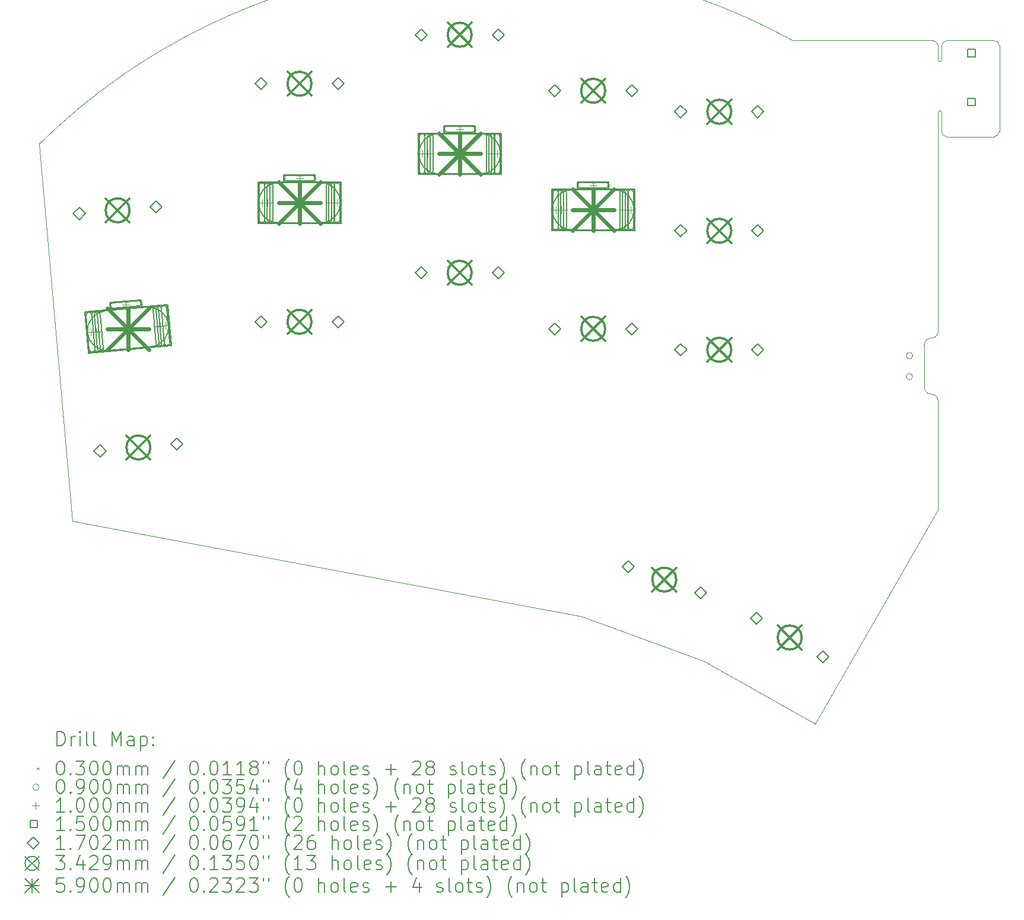
<source format=gbr>
%FSLAX45Y45*%
G04 Gerber Fmt 4.5, Leading zero omitted, Abs format (unit mm)*
G04 Created by KiCad (PCBNEW (6.0.4)) date 2022-07-01 16:07:05*
%MOMM*%
%LPD*%
G01*
G04 APERTURE LIST*
%TA.AperFunction,Profile*%
%ADD10C,0.050000*%
%TD*%
%ADD11C,0.200000*%
%ADD12C,0.030000*%
%ADD13C,0.090000*%
%ADD14C,0.100000*%
%ADD15C,0.150000*%
%ADD16C,0.170180*%
%ADD17C,0.342900*%
%ADD18C,0.590000*%
G04 APERTURE END LIST*
D10*
X13812426Y-12524195D02*
X14287561Y-17910769D01*
X27515337Y-12343949D02*
X27516000Y-11121000D01*
X26641000Y-17746000D02*
X26641000Y-16196697D01*
X26691000Y-12071000D02*
G75*
G03*
X26641000Y-12071000I-25000J-2241D01*
G01*
X26541000Y-15296000D02*
G75*
G03*
X26441000Y-15396000I270J-100270D01*
G01*
X26766000Y-11046000D02*
X27439918Y-11044469D01*
X26641001Y-11122531D02*
G75*
G03*
X26564918Y-11046000I-83291J-6719D01*
G01*
X26691000Y-12346000D02*
G75*
G03*
X26766000Y-12421000I81580J6580D01*
G01*
X26564918Y-11046000D02*
X24566000Y-11046000D01*
X26641000Y-11323091D02*
X26641000Y-11122531D01*
X21554000Y-19270000D02*
X23290000Y-19903000D01*
X26641000Y-12071000D02*
X26641000Y-15196000D01*
X26441000Y-15996000D02*
G75*
G03*
X26541000Y-16096000I99380J-620D01*
G01*
X23290000Y-19903000D02*
X24887000Y-20802000D01*
X27438806Y-12420028D02*
G75*
G03*
X27515337Y-12343949I-6717J83289D01*
G01*
X26766000Y-12421000D02*
X27438807Y-12420031D01*
X24566000Y-11046000D02*
G75*
G03*
X13812426Y-12524195I-4384341J-7958941D01*
G01*
X26641000Y-11323091D02*
G75*
G03*
X26691000Y-11323091I25000J2241D01*
G01*
X14287561Y-17910769D02*
X21554000Y-19270000D01*
X26691000Y-11323091D02*
X26691000Y-11121000D01*
X26441000Y-15396000D02*
X26441000Y-15996000D01*
X24887000Y-20802000D02*
X26641000Y-17746000D01*
X26766000Y-11046000D02*
G75*
G03*
X26691000Y-11121000I6580J-81580D01*
G01*
X26691000Y-12346000D02*
X26691000Y-12071000D01*
X26541000Y-15296000D02*
G75*
G03*
X26641000Y-15196000I-300J100300D01*
G01*
X26640996Y-16196697D02*
G75*
G03*
X26541000Y-16096000I-99756J937D01*
G01*
X27516001Y-11121000D02*
G75*
G03*
X27439918Y-11044469I-83291J-6720D01*
G01*
D11*
D12*
X14475782Y-15200303D02*
X14505782Y-15230303D01*
X14505782Y-15200303D02*
X14475782Y-15230303D01*
D11*
X14460526Y-14926842D02*
X14511076Y-15504635D01*
X14470487Y-14925971D02*
X14521038Y-15503764D01*
X14511076Y-15504635D02*
G75*
G03*
X14521038Y-15503764I4981J436D01*
G01*
X14470487Y-14925971D02*
G75*
G03*
X14460525Y-14926842I-4981J-436D01*
G01*
D12*
X14813869Y-14819387D02*
X14843869Y-14849387D01*
X14843869Y-14819387D02*
X14813869Y-14849387D01*
D11*
X14819966Y-14789994D02*
X14827810Y-14879652D01*
X14829928Y-14789123D02*
X14837772Y-14878780D01*
X14827810Y-14879652D02*
G75*
G03*
X14837772Y-14878780I4981J436D01*
G01*
X14829928Y-14789123D02*
G75*
G03*
X14819966Y-14789994I-4981J-436D01*
G01*
D12*
X15029110Y-14755384D02*
X15059110Y-14785384D01*
X15059110Y-14755384D02*
X15029110Y-14785384D01*
D11*
X15262837Y-14746229D02*
X14824511Y-14784578D01*
X15263709Y-14756191D02*
X14825383Y-14794539D01*
X14824511Y-14784578D02*
G75*
G03*
X14825383Y-14794540I436J-4981D01*
G01*
X15263709Y-14756191D02*
G75*
G03*
X15262837Y-14746229I-436J4981D01*
G01*
D12*
X15038261Y-14859985D02*
X15068261Y-14889985D01*
X15068261Y-14859985D02*
X15038261Y-14889985D01*
D11*
X15640580Y-14818582D02*
X14465071Y-14921426D01*
X15641452Y-14828544D02*
X14465942Y-14931388D01*
X14465071Y-14921426D02*
G75*
G03*
X14465942Y-14931388I436J-4981D01*
G01*
X15641452Y-14828544D02*
G75*
G03*
X15640580Y-14818582I-436J4981D01*
G01*
D12*
X15088812Y-15437778D02*
X15118812Y-15467778D01*
X15118812Y-15437778D02*
X15088812Y-15467778D01*
D11*
X15691131Y-15396375D02*
X14515621Y-15499219D01*
X15692002Y-15406337D02*
X14516493Y-15509181D01*
X14515621Y-15499219D02*
G75*
G03*
X14516493Y-15509181I436J-4981D01*
G01*
X15692002Y-15406337D02*
G75*
G03*
X15691131Y-15396375I-436J4981D01*
G01*
D12*
X15252195Y-14781039D02*
X15282195Y-14811039D01*
X15282195Y-14781039D02*
X15252195Y-14811039D01*
D11*
X15258292Y-14751646D02*
X15266136Y-14841303D01*
X15268254Y-14750774D02*
X15276098Y-14840432D01*
X15266136Y-14841303D02*
G75*
G03*
X15276098Y-14840432I4981J436D01*
G01*
X15268254Y-14750774D02*
G75*
G03*
X15258292Y-14751646I-4981J-436D01*
G01*
D12*
X15651291Y-15097459D02*
X15681291Y-15127459D01*
X15681291Y-15097459D02*
X15651291Y-15127459D01*
D11*
X15636035Y-14823999D02*
X15686586Y-15401791D01*
X15645997Y-14823127D02*
X15696548Y-15400920D01*
X15686586Y-15401792D02*
G75*
G03*
X15696548Y-15400920I4981J436D01*
G01*
X15645997Y-14823127D02*
G75*
G03*
X15636035Y-14823999I-4981J-436D01*
G01*
D12*
X16921000Y-13347000D02*
X16951000Y-13377000D01*
X16951000Y-13347000D02*
X16921000Y-13377000D01*
D11*
X16931000Y-13072000D02*
X16931000Y-13652000D01*
X16941000Y-13072000D02*
X16941000Y-13652000D01*
X16931000Y-13652000D02*
G75*
G03*
X16941000Y-13652000I5000J0D01*
G01*
X16941000Y-13072000D02*
G75*
G03*
X16931000Y-13072000I-5000J0D01*
G01*
D12*
X17291000Y-12997000D02*
X17321000Y-13027000D01*
X17321000Y-12997000D02*
X17291000Y-13027000D01*
D11*
X17301000Y-12967000D02*
X17301000Y-13057000D01*
X17311000Y-12967000D02*
X17311000Y-13057000D01*
X17301000Y-13057000D02*
G75*
G03*
X17311000Y-13057000I5000J0D01*
G01*
X17311000Y-12967000D02*
G75*
G03*
X17301000Y-12967000I-5000J0D01*
G01*
D12*
X17511000Y-12952000D02*
X17541000Y-12982000D01*
X17541000Y-12952000D02*
X17511000Y-12982000D01*
D11*
X17746000Y-12962000D02*
X17306000Y-12962000D01*
X17746000Y-12972000D02*
X17306000Y-12972000D01*
X17306000Y-12962000D02*
G75*
G03*
X17306000Y-12972000I0J-5000D01*
G01*
X17746000Y-12972000D02*
G75*
G03*
X17746000Y-12962000I0J5000D01*
G01*
D12*
X17511000Y-13057000D02*
X17541000Y-13087000D01*
X17541000Y-13057000D02*
X17511000Y-13087000D01*
D11*
X18116000Y-13067000D02*
X16936000Y-13067000D01*
X18116000Y-13077000D02*
X16936000Y-13077000D01*
X16936000Y-13067000D02*
G75*
G03*
X16936000Y-13077000I0J-5000D01*
G01*
X18116000Y-13077000D02*
G75*
G03*
X18116000Y-13067000I0J5000D01*
G01*
D12*
X17511000Y-13637000D02*
X17541000Y-13667000D01*
X17541000Y-13637000D02*
X17511000Y-13667000D01*
D11*
X18116000Y-13647000D02*
X16936000Y-13647000D01*
X18116000Y-13657000D02*
X16936000Y-13657000D01*
X16936000Y-13647000D02*
G75*
G03*
X16936000Y-13657000I0J-5000D01*
G01*
X18116000Y-13657000D02*
G75*
G03*
X18116000Y-13647000I0J5000D01*
G01*
D12*
X17731000Y-12997000D02*
X17761000Y-13027000D01*
X17761000Y-12997000D02*
X17731000Y-13027000D01*
D11*
X17741000Y-12967000D02*
X17741000Y-13057000D01*
X17751000Y-12967000D02*
X17751000Y-13057000D01*
X17741000Y-13057000D02*
G75*
G03*
X17751000Y-13057000I5000J0D01*
G01*
X17751000Y-12967000D02*
G75*
G03*
X17741000Y-12967000I-5000J0D01*
G01*
D12*
X18101000Y-13347000D02*
X18131000Y-13377000D01*
X18131000Y-13347000D02*
X18101000Y-13377000D01*
D11*
X18111000Y-13072000D02*
X18111000Y-13652000D01*
X18121000Y-13072000D02*
X18121000Y-13652000D01*
X18111000Y-13652000D02*
G75*
G03*
X18121000Y-13652000I5000J0D01*
G01*
X18121000Y-13072000D02*
G75*
G03*
X18111000Y-13072000I-5000J0D01*
G01*
D12*
X19207000Y-12647000D02*
X19237000Y-12677000D01*
X19237000Y-12647000D02*
X19207000Y-12677000D01*
D11*
X19217000Y-12372000D02*
X19217000Y-12952000D01*
X19227000Y-12372000D02*
X19227000Y-12952000D01*
X19217000Y-12952000D02*
G75*
G03*
X19227000Y-12952000I5000J0D01*
G01*
X19227000Y-12372000D02*
G75*
G03*
X19217000Y-12372000I-5000J0D01*
G01*
D12*
X19577000Y-12297000D02*
X19607000Y-12327000D01*
X19607000Y-12297000D02*
X19577000Y-12327000D01*
D11*
X19587000Y-12267000D02*
X19587000Y-12357000D01*
X19597000Y-12267000D02*
X19597000Y-12357000D01*
X19587000Y-12357000D02*
G75*
G03*
X19597000Y-12357000I5000J0D01*
G01*
X19597000Y-12267000D02*
G75*
G03*
X19587000Y-12267000I-5000J0D01*
G01*
D12*
X19797000Y-12252000D02*
X19827000Y-12282000D01*
X19827000Y-12252000D02*
X19797000Y-12282000D01*
D11*
X20032000Y-12262000D02*
X19592000Y-12262000D01*
X20032000Y-12272000D02*
X19592000Y-12272000D01*
X19592000Y-12262000D02*
G75*
G03*
X19592000Y-12272000I0J-5000D01*
G01*
X20032000Y-12272000D02*
G75*
G03*
X20032000Y-12262000I0J5000D01*
G01*
D12*
X19797000Y-12357000D02*
X19827000Y-12387000D01*
X19827000Y-12357000D02*
X19797000Y-12387000D01*
D11*
X20402000Y-12367000D02*
X19222000Y-12367000D01*
X20402000Y-12377000D02*
X19222000Y-12377000D01*
X19222000Y-12367000D02*
G75*
G03*
X19222000Y-12377000I0J-5000D01*
G01*
X20402000Y-12377000D02*
G75*
G03*
X20402000Y-12367000I0J5000D01*
G01*
D12*
X19797000Y-12937000D02*
X19827000Y-12967000D01*
X19827000Y-12937000D02*
X19797000Y-12967000D01*
D11*
X20402000Y-12947000D02*
X19222000Y-12947000D01*
X20402000Y-12957000D02*
X19222000Y-12957000D01*
X19222000Y-12947000D02*
G75*
G03*
X19222000Y-12957000I0J-5000D01*
G01*
X20402000Y-12957000D02*
G75*
G03*
X20402000Y-12947000I0J5000D01*
G01*
D12*
X20017000Y-12297000D02*
X20047000Y-12327000D01*
X20047000Y-12297000D02*
X20017000Y-12327000D01*
D11*
X20027000Y-12267000D02*
X20027000Y-12357000D01*
X20037000Y-12267000D02*
X20037000Y-12357000D01*
X20027000Y-12357000D02*
G75*
G03*
X20037000Y-12357000I5000J0D01*
G01*
X20037000Y-12267000D02*
G75*
G03*
X20027000Y-12267000I-5000J0D01*
G01*
D12*
X20387000Y-12647000D02*
X20417000Y-12677000D01*
X20417000Y-12647000D02*
X20387000Y-12677000D01*
D11*
X20397000Y-12372000D02*
X20397000Y-12952000D01*
X20407000Y-12372000D02*
X20407000Y-12952000D01*
X20397000Y-12952000D02*
G75*
G03*
X20407000Y-12952000I5000J0D01*
G01*
X20407000Y-12372000D02*
G75*
G03*
X20397000Y-12372000I-5000J0D01*
G01*
D12*
X21112000Y-13447000D02*
X21142000Y-13477000D01*
X21142000Y-13447000D02*
X21112000Y-13477000D01*
D11*
X21122000Y-13172000D02*
X21122000Y-13752000D01*
X21132000Y-13172000D02*
X21132000Y-13752000D01*
X21122000Y-13752000D02*
G75*
G03*
X21132000Y-13752000I5000J0D01*
G01*
X21132000Y-13172000D02*
G75*
G03*
X21122000Y-13172000I-5000J0D01*
G01*
D12*
X21482000Y-13097000D02*
X21512000Y-13127000D01*
X21512000Y-13097000D02*
X21482000Y-13127000D01*
D11*
X21492000Y-13067000D02*
X21492000Y-13157000D01*
X21502000Y-13067000D02*
X21502000Y-13157000D01*
X21492000Y-13157000D02*
G75*
G03*
X21502000Y-13157000I5000J0D01*
G01*
X21502000Y-13067000D02*
G75*
G03*
X21492000Y-13067000I-5000J0D01*
G01*
D12*
X21702000Y-13052000D02*
X21732000Y-13082000D01*
X21732000Y-13052000D02*
X21702000Y-13082000D01*
D11*
X21937000Y-13062000D02*
X21497000Y-13062000D01*
X21937000Y-13072000D02*
X21497000Y-13072000D01*
X21497000Y-13062000D02*
G75*
G03*
X21497000Y-13072000I0J-5000D01*
G01*
X21937000Y-13072000D02*
G75*
G03*
X21937000Y-13062000I0J5000D01*
G01*
D12*
X21702000Y-13157000D02*
X21732000Y-13187000D01*
X21732000Y-13157000D02*
X21702000Y-13187000D01*
D11*
X22307000Y-13167000D02*
X21127000Y-13167000D01*
X22307000Y-13177000D02*
X21127000Y-13177000D01*
X21127000Y-13167000D02*
G75*
G03*
X21127000Y-13177000I0J-5000D01*
G01*
X22307000Y-13177000D02*
G75*
G03*
X22307000Y-13167000I0J5000D01*
G01*
D12*
X21702000Y-13737000D02*
X21732000Y-13767000D01*
X21732000Y-13737000D02*
X21702000Y-13767000D01*
D11*
X22307000Y-13747000D02*
X21127000Y-13747000D01*
X22307000Y-13757000D02*
X21127000Y-13757000D01*
X21127000Y-13747000D02*
G75*
G03*
X21127000Y-13757000I0J-5000D01*
G01*
X22307000Y-13757000D02*
G75*
G03*
X22307000Y-13747000I0J5000D01*
G01*
D12*
X21922000Y-13097000D02*
X21952000Y-13127000D01*
X21952000Y-13097000D02*
X21922000Y-13127000D01*
D11*
X21932000Y-13067000D02*
X21932000Y-13157000D01*
X21942000Y-13067000D02*
X21942000Y-13157000D01*
X21932000Y-13157000D02*
G75*
G03*
X21942000Y-13157000I5000J0D01*
G01*
X21942000Y-13067000D02*
G75*
G03*
X21932000Y-13067000I-5000J0D01*
G01*
D12*
X22292000Y-13447000D02*
X22322000Y-13477000D01*
X22322000Y-13447000D02*
X22292000Y-13477000D01*
D11*
X22302000Y-13172000D02*
X22302000Y-13752000D01*
X22312000Y-13172000D02*
X22312000Y-13752000D01*
X22302000Y-13752000D02*
G75*
G03*
X22312000Y-13752000I5000J0D01*
G01*
X22312000Y-13172000D02*
G75*
G03*
X22302000Y-13172000I-5000J0D01*
G01*
D13*
X26274750Y-15546000D02*
G75*
G03*
X26274750Y-15546000I-45000J0D01*
G01*
X26274750Y-15846000D02*
G75*
G03*
X26274750Y-15846000I-45000J0D01*
G01*
X26276000Y-15546000D02*
G75*
G03*
X26276000Y-15546000I-45000J0D01*
G01*
X26276000Y-15846000D02*
G75*
G03*
X26276000Y-15846000I-45000J0D01*
G01*
D14*
X14544576Y-15160597D02*
X14544576Y-15260597D01*
X14494576Y-15210597D02*
X14594576Y-15210597D01*
D11*
X14605777Y-15451178D02*
X14563071Y-14963043D01*
X14526082Y-15458151D02*
X14483375Y-14970015D01*
X14563071Y-14963043D02*
G75*
G03*
X14483375Y-14970015I-39848J-3486D01*
G01*
X14526082Y-15458151D02*
G75*
G03*
X14605777Y-15451178I39848J3486D01*
G01*
D14*
X14621283Y-15153886D02*
X14621283Y-15253886D01*
X14571283Y-15203886D02*
X14671283Y-15203886D01*
D11*
X14682484Y-15444467D02*
X14639778Y-14956332D01*
X14602789Y-15451440D02*
X14560082Y-14963304D01*
X14639778Y-14956332D02*
G75*
G03*
X14560082Y-14963304I-39848J-3486D01*
G01*
X14602789Y-15451440D02*
G75*
G03*
X14682484Y-15444467I39848J3486D01*
G01*
D14*
X14660135Y-15150487D02*
X14660135Y-15250487D01*
X14610135Y-15200487D02*
X14710135Y-15200487D01*
D11*
X14721336Y-15441068D02*
X14678629Y-14952933D01*
X14641640Y-15448040D02*
X14598934Y-14959905D01*
X14678629Y-14952933D02*
G75*
G03*
X14598934Y-14959905I-39848J-3486D01*
G01*
X14641640Y-15448040D02*
G75*
G03*
X14721336Y-15441068I39848J3486D01*
G01*
D14*
X15048032Y-14765213D02*
X15048032Y-14865213D01*
X14998032Y-14815213D02*
X15098032Y-14815213D01*
D11*
X15228842Y-14759241D02*
X14860250Y-14791489D01*
X15235814Y-14838937D02*
X14867222Y-14871185D01*
X14860250Y-14791489D02*
G75*
G03*
X14867222Y-14871185I3486J-39848D01*
G01*
X15235814Y-14838937D02*
G75*
G03*
X15228842Y-14759241I-3486J39848D01*
G01*
D14*
X15496938Y-15077276D02*
X15496938Y-15177276D01*
X15446938Y-15127276D02*
X15546938Y-15127276D01*
D11*
X15558139Y-15367857D02*
X15515433Y-14879722D01*
X15478444Y-15374830D02*
X15435737Y-14886694D01*
X15515433Y-14879722D02*
G75*
G03*
X15435737Y-14886694I-39848J-3486D01*
G01*
X15478444Y-15374830D02*
G75*
G03*
X15558139Y-15367857I39848J3486D01*
G01*
D14*
X15535790Y-15073877D02*
X15535790Y-15173877D01*
X15485790Y-15123877D02*
X15585790Y-15123877D01*
D11*
X15596991Y-15364458D02*
X15554285Y-14876323D01*
X15517295Y-15371431D02*
X15474589Y-14883295D01*
X15554285Y-14876323D02*
G75*
G03*
X15474589Y-14883295I-39848J-3486D01*
G01*
X15517295Y-15371431D02*
G75*
G03*
X15596991Y-15364458I39848J3486D01*
G01*
D14*
X15612497Y-15067166D02*
X15612497Y-15167166D01*
X15562497Y-15117166D02*
X15662497Y-15117166D01*
D11*
X15673698Y-15357747D02*
X15630992Y-14869612D01*
X15594002Y-15364720D02*
X15551296Y-14876584D01*
X15630992Y-14869612D02*
G75*
G03*
X15551296Y-14876584I-39848J-3486D01*
G01*
X15594002Y-15364720D02*
G75*
G03*
X15673698Y-15357747I39848J3486D01*
G01*
D14*
X16990000Y-13312000D02*
X16990000Y-13412000D01*
X16940000Y-13362000D02*
X17040000Y-13362000D01*
D11*
X17030000Y-13607000D02*
X17030000Y-13117000D01*
X16950000Y-13607000D02*
X16950000Y-13117000D01*
X17030000Y-13117000D02*
G75*
G03*
X16950000Y-13117000I-40000J0D01*
G01*
X16950000Y-13607000D02*
G75*
G03*
X17030000Y-13607000I40000J0D01*
G01*
D14*
X17067000Y-13312000D02*
X17067000Y-13412000D01*
X17017000Y-13362000D02*
X17117000Y-13362000D01*
D11*
X17107000Y-13607000D02*
X17107000Y-13117000D01*
X17027000Y-13607000D02*
X17027000Y-13117000D01*
X17107000Y-13117000D02*
G75*
G03*
X17027000Y-13117000I-40000J0D01*
G01*
X17027000Y-13607000D02*
G75*
G03*
X17107000Y-13607000I40000J0D01*
G01*
D14*
X17106000Y-13312000D02*
X17106000Y-13412000D01*
X17056000Y-13362000D02*
X17156000Y-13362000D01*
D11*
X17146000Y-13607000D02*
X17146000Y-13117000D01*
X17066000Y-13607000D02*
X17066000Y-13117000D01*
X17146000Y-13117000D02*
G75*
G03*
X17066000Y-13117000I-40000J0D01*
G01*
X17066000Y-13607000D02*
G75*
G03*
X17146000Y-13607000I40000J0D01*
G01*
D14*
X17526000Y-12962000D02*
X17526000Y-13062000D01*
X17476000Y-13012000D02*
X17576000Y-13012000D01*
D11*
X17711000Y-12972000D02*
X17341000Y-12972000D01*
X17711000Y-13052000D02*
X17341000Y-13052000D01*
X17341000Y-12972000D02*
G75*
G03*
X17341000Y-13052000I0J-40000D01*
G01*
X17711000Y-13052000D02*
G75*
G03*
X17711000Y-12972000I0J40000D01*
G01*
D14*
X17946000Y-13312000D02*
X17946000Y-13412000D01*
X17896000Y-13362000D02*
X17996000Y-13362000D01*
D11*
X17986000Y-13607000D02*
X17986000Y-13117000D01*
X17906000Y-13607000D02*
X17906000Y-13117000D01*
X17986000Y-13117000D02*
G75*
G03*
X17906000Y-13117000I-40000J0D01*
G01*
X17906000Y-13607000D02*
G75*
G03*
X17986000Y-13607000I40000J0D01*
G01*
D14*
X17985000Y-13312000D02*
X17985000Y-13412000D01*
X17935000Y-13362000D02*
X18035000Y-13362000D01*
D11*
X18025000Y-13607000D02*
X18025000Y-13117000D01*
X17945000Y-13607000D02*
X17945000Y-13117000D01*
X18025000Y-13117000D02*
G75*
G03*
X17945000Y-13117000I-40000J0D01*
G01*
X17945000Y-13607000D02*
G75*
G03*
X18025000Y-13607000I40000J0D01*
G01*
D14*
X18062000Y-13312000D02*
X18062000Y-13412000D01*
X18012000Y-13362000D02*
X18112000Y-13362000D01*
D11*
X18102000Y-13607000D02*
X18102000Y-13117000D01*
X18022000Y-13607000D02*
X18022000Y-13117000D01*
X18102000Y-13117000D02*
G75*
G03*
X18022000Y-13117000I-40000J0D01*
G01*
X18022000Y-13607000D02*
G75*
G03*
X18102000Y-13607000I40000J0D01*
G01*
D14*
X19276000Y-12612000D02*
X19276000Y-12712000D01*
X19226000Y-12662000D02*
X19326000Y-12662000D01*
D11*
X19316000Y-12907000D02*
X19316000Y-12417000D01*
X19236000Y-12907000D02*
X19236000Y-12417000D01*
X19316000Y-12417000D02*
G75*
G03*
X19236000Y-12417000I-40000J0D01*
G01*
X19236000Y-12907000D02*
G75*
G03*
X19316000Y-12907000I40000J0D01*
G01*
D14*
X19353000Y-12612000D02*
X19353000Y-12712000D01*
X19303000Y-12662000D02*
X19403000Y-12662000D01*
D11*
X19393000Y-12907000D02*
X19393000Y-12417000D01*
X19313000Y-12907000D02*
X19313000Y-12417000D01*
X19393000Y-12417000D02*
G75*
G03*
X19313000Y-12417000I-40000J0D01*
G01*
X19313000Y-12907000D02*
G75*
G03*
X19393000Y-12907000I40000J0D01*
G01*
D14*
X19392000Y-12612000D02*
X19392000Y-12712000D01*
X19342000Y-12662000D02*
X19442000Y-12662000D01*
D11*
X19432000Y-12907000D02*
X19432000Y-12417000D01*
X19352000Y-12907000D02*
X19352000Y-12417000D01*
X19432000Y-12417000D02*
G75*
G03*
X19352000Y-12417000I-40000J0D01*
G01*
X19352000Y-12907000D02*
G75*
G03*
X19432000Y-12907000I40000J0D01*
G01*
D14*
X19812000Y-12262000D02*
X19812000Y-12362000D01*
X19762000Y-12312000D02*
X19862000Y-12312000D01*
D11*
X19997000Y-12272000D02*
X19627000Y-12272000D01*
X19997000Y-12352000D02*
X19627000Y-12352000D01*
X19627000Y-12272000D02*
G75*
G03*
X19627000Y-12352000I0J-40000D01*
G01*
X19997000Y-12352000D02*
G75*
G03*
X19997000Y-12272000I0J40000D01*
G01*
D14*
X20232000Y-12612000D02*
X20232000Y-12712000D01*
X20182000Y-12662000D02*
X20282000Y-12662000D01*
D11*
X20272000Y-12907000D02*
X20272000Y-12417000D01*
X20192000Y-12907000D02*
X20192000Y-12417000D01*
X20272000Y-12417000D02*
G75*
G03*
X20192000Y-12417000I-40000J0D01*
G01*
X20192000Y-12907000D02*
G75*
G03*
X20272000Y-12907000I40000J0D01*
G01*
D14*
X20271000Y-12612000D02*
X20271000Y-12712000D01*
X20221000Y-12662000D02*
X20321000Y-12662000D01*
D11*
X20311000Y-12907000D02*
X20311000Y-12417000D01*
X20231000Y-12907000D02*
X20231000Y-12417000D01*
X20311000Y-12417000D02*
G75*
G03*
X20231000Y-12417000I-40000J0D01*
G01*
X20231000Y-12907000D02*
G75*
G03*
X20311000Y-12907000I40000J0D01*
G01*
D14*
X20348000Y-12612000D02*
X20348000Y-12712000D01*
X20298000Y-12662000D02*
X20398000Y-12662000D01*
D11*
X20388000Y-12907000D02*
X20388000Y-12417000D01*
X20308000Y-12907000D02*
X20308000Y-12417000D01*
X20388000Y-12417000D02*
G75*
G03*
X20308000Y-12417000I-40000J0D01*
G01*
X20308000Y-12907000D02*
G75*
G03*
X20388000Y-12907000I40000J0D01*
G01*
D14*
X21181000Y-13412000D02*
X21181000Y-13512000D01*
X21131000Y-13462000D02*
X21231000Y-13462000D01*
D11*
X21221000Y-13707000D02*
X21221000Y-13217000D01*
X21141000Y-13707000D02*
X21141000Y-13217000D01*
X21221000Y-13217000D02*
G75*
G03*
X21141000Y-13217000I-40000J0D01*
G01*
X21141000Y-13707000D02*
G75*
G03*
X21221000Y-13707000I40000J0D01*
G01*
D14*
X21258000Y-13412000D02*
X21258000Y-13512000D01*
X21208000Y-13462000D02*
X21308000Y-13462000D01*
D11*
X21298000Y-13707000D02*
X21298000Y-13217000D01*
X21218000Y-13707000D02*
X21218000Y-13217000D01*
X21298000Y-13217000D02*
G75*
G03*
X21218000Y-13217000I-40000J0D01*
G01*
X21218000Y-13707000D02*
G75*
G03*
X21298000Y-13707000I40000J0D01*
G01*
D14*
X21297000Y-13412000D02*
X21297000Y-13512000D01*
X21247000Y-13462000D02*
X21347000Y-13462000D01*
D11*
X21337000Y-13707000D02*
X21337000Y-13217000D01*
X21257000Y-13707000D02*
X21257000Y-13217000D01*
X21337000Y-13217000D02*
G75*
G03*
X21257000Y-13217000I-40000J0D01*
G01*
X21257000Y-13707000D02*
G75*
G03*
X21337000Y-13707000I40000J0D01*
G01*
D14*
X21717000Y-13062000D02*
X21717000Y-13162000D01*
X21667000Y-13112000D02*
X21767000Y-13112000D01*
D11*
X21902000Y-13072000D02*
X21532000Y-13072000D01*
X21902000Y-13152000D02*
X21532000Y-13152000D01*
X21532000Y-13072000D02*
G75*
G03*
X21532000Y-13152000I0J-40000D01*
G01*
X21902000Y-13152000D02*
G75*
G03*
X21902000Y-13072000I0J40000D01*
G01*
D14*
X22137000Y-13412000D02*
X22137000Y-13512000D01*
X22087000Y-13462000D02*
X22187000Y-13462000D01*
D11*
X22177000Y-13707000D02*
X22177000Y-13217000D01*
X22097000Y-13707000D02*
X22097000Y-13217000D01*
X22177000Y-13217000D02*
G75*
G03*
X22097000Y-13217000I-40000J0D01*
G01*
X22097000Y-13707000D02*
G75*
G03*
X22177000Y-13707000I40000J0D01*
G01*
D14*
X22176000Y-13412000D02*
X22176000Y-13512000D01*
X22126000Y-13462000D02*
X22226000Y-13462000D01*
D11*
X22216000Y-13707000D02*
X22216000Y-13217000D01*
X22136000Y-13707000D02*
X22136000Y-13217000D01*
X22216000Y-13217000D02*
G75*
G03*
X22136000Y-13217000I-40000J0D01*
G01*
X22136000Y-13707000D02*
G75*
G03*
X22216000Y-13707000I40000J0D01*
G01*
D14*
X22253000Y-13412000D02*
X22253000Y-13512000D01*
X22203000Y-13462000D02*
X22303000Y-13462000D01*
D11*
X22293000Y-13707000D02*
X22293000Y-13217000D01*
X22213000Y-13707000D02*
X22213000Y-13217000D01*
X22293000Y-13217000D02*
G75*
G03*
X22213000Y-13217000I-40000J0D01*
G01*
X22213000Y-13707000D02*
G75*
G03*
X22293000Y-13707000I40000J0D01*
G01*
D15*
X27169033Y-11275033D02*
X27169033Y-11168967D01*
X27062966Y-11168967D01*
X27062966Y-11275033D01*
X27169033Y-11275033D01*
X27169033Y-11975033D02*
X27169033Y-11868966D01*
X27062966Y-11868966D01*
X27062966Y-11975033D01*
X27169033Y-11975033D01*
D16*
X14382465Y-13603376D02*
X14467555Y-13518286D01*
X14382465Y-13433196D01*
X14297375Y-13518286D01*
X14382465Y-13603376D01*
X14678794Y-16990438D02*
X14763884Y-16905348D01*
X14678794Y-16820258D01*
X14593704Y-16905348D01*
X14678794Y-16990438D01*
X15478279Y-13507504D02*
X15563369Y-13422414D01*
X15478279Y-13337324D01*
X15393189Y-13422414D01*
X15478279Y-13507504D01*
X15774608Y-16894567D02*
X15859698Y-16809477D01*
X15774608Y-16724386D01*
X15689518Y-16809477D01*
X15774608Y-16894567D01*
X16976000Y-11747090D02*
X17061090Y-11662000D01*
X16976000Y-11576910D01*
X16890910Y-11662000D01*
X16976000Y-11747090D01*
X16976000Y-15147090D02*
X17061090Y-15062000D01*
X16976000Y-14976910D01*
X16890910Y-15062000D01*
X16976000Y-15147090D01*
X18076000Y-11747090D02*
X18161090Y-11662000D01*
X18076000Y-11576910D01*
X17990910Y-11662000D01*
X18076000Y-11747090D01*
X18076000Y-15147090D02*
X18161090Y-15062000D01*
X18076000Y-14976910D01*
X17990910Y-15062000D01*
X18076000Y-15147090D01*
X19262000Y-11047090D02*
X19347090Y-10962000D01*
X19262000Y-10876910D01*
X19176910Y-10962000D01*
X19262000Y-11047090D01*
X19262000Y-14447090D02*
X19347090Y-14362000D01*
X19262000Y-14276910D01*
X19176910Y-14362000D01*
X19262000Y-14447090D01*
X20362000Y-11047090D02*
X20447090Y-10962000D01*
X20362000Y-10876910D01*
X20276910Y-10962000D01*
X20362000Y-11047090D01*
X20362000Y-14447090D02*
X20447090Y-14362000D01*
X20362000Y-14276910D01*
X20276910Y-14362000D01*
X20362000Y-14447090D01*
X21167000Y-11847090D02*
X21252090Y-11762000D01*
X21167000Y-11676910D01*
X21081910Y-11762000D01*
X21167000Y-11847090D01*
X21167000Y-15247090D02*
X21252090Y-15162000D01*
X21167000Y-15076910D01*
X21081910Y-15162000D01*
X21167000Y-15247090D01*
X22215116Y-18641615D02*
X22300206Y-18556525D01*
X22215116Y-18471435D01*
X22130026Y-18556525D01*
X22215116Y-18641615D01*
X22267000Y-11847090D02*
X22352090Y-11762000D01*
X22267000Y-11676910D01*
X22181910Y-11762000D01*
X22267000Y-11847090D01*
X22267000Y-15247090D02*
X22352090Y-15162000D01*
X22267000Y-15076910D01*
X22181910Y-15162000D01*
X22267000Y-15247090D01*
X22967000Y-12147090D02*
X23052090Y-12062000D01*
X22967000Y-11976910D01*
X22881910Y-12062000D01*
X22967000Y-12147090D01*
X22967000Y-13847090D02*
X23052090Y-13762000D01*
X22967000Y-13676910D01*
X22881910Y-13762000D01*
X22967000Y-13847090D01*
X22967000Y-15547090D02*
X23052090Y-15462000D01*
X22967000Y-15376910D01*
X22881910Y-15462000D01*
X22967000Y-15547090D01*
X23248778Y-19017837D02*
X23333868Y-18932747D01*
X23248778Y-18847657D01*
X23163688Y-18932747D01*
X23248778Y-19017837D01*
X24045382Y-19381097D02*
X24130472Y-19296007D01*
X24045382Y-19210917D01*
X23960292Y-19296007D01*
X24045382Y-19381097D01*
X24067000Y-12147090D02*
X24152090Y-12062000D01*
X24067000Y-11976910D01*
X23981910Y-12062000D01*
X24067000Y-12147090D01*
X24067000Y-13847090D02*
X24152090Y-13762000D01*
X24067000Y-13676910D01*
X23981910Y-13762000D01*
X24067000Y-13847090D01*
X24067000Y-15547090D02*
X24152090Y-15462000D01*
X24067000Y-15376910D01*
X23981910Y-15462000D01*
X24067000Y-15547090D01*
X24998010Y-19931097D02*
X25083100Y-19846007D01*
X24998010Y-19760917D01*
X24912920Y-19846007D01*
X24998010Y-19931097D01*
D17*
X14758922Y-13298900D02*
X15101822Y-13641800D01*
X15101822Y-13298900D02*
X14758922Y-13641800D01*
X15101822Y-13470350D02*
G75*
G03*
X15101822Y-13470350I-171450J0D01*
G01*
X15055251Y-16685962D02*
X15398151Y-17028862D01*
X15398151Y-16685962D02*
X15055251Y-17028862D01*
X15398151Y-16857412D02*
G75*
G03*
X15398151Y-16857412I-171450J0D01*
G01*
X17354550Y-11490550D02*
X17697450Y-11833450D01*
X17697450Y-11490550D02*
X17354550Y-11833450D01*
X17697450Y-11662000D02*
G75*
G03*
X17697450Y-11662000I-171450J0D01*
G01*
X17354550Y-14890550D02*
X17697450Y-15233450D01*
X17697450Y-14890550D02*
X17354550Y-15233450D01*
X17697450Y-15062000D02*
G75*
G03*
X17697450Y-15062000I-171450J0D01*
G01*
X19640550Y-10790550D02*
X19983450Y-11133450D01*
X19983450Y-10790550D02*
X19640550Y-11133450D01*
X19983450Y-10962000D02*
G75*
G03*
X19983450Y-10962000I-171450J0D01*
G01*
X19640550Y-14190550D02*
X19983450Y-14533450D01*
X19983450Y-14190550D02*
X19640550Y-14533450D01*
X19983450Y-14362000D02*
G75*
G03*
X19983450Y-14362000I-171450J0D01*
G01*
X21545550Y-11590550D02*
X21888450Y-11933450D01*
X21888450Y-11590550D02*
X21545550Y-11933450D01*
X21888450Y-11762000D02*
G75*
G03*
X21888450Y-11762000I-171450J0D01*
G01*
X21545550Y-14990550D02*
X21888450Y-15333450D01*
X21888450Y-14990550D02*
X21545550Y-15333450D01*
X21888450Y-15162000D02*
G75*
G03*
X21888450Y-15162000I-171450J0D01*
G01*
X22560497Y-18573186D02*
X22903397Y-18916086D01*
X22903397Y-18573186D02*
X22560497Y-18916086D01*
X22903397Y-18744636D02*
G75*
G03*
X22903397Y-18744636I-171450J0D01*
G01*
X23345550Y-11890550D02*
X23688450Y-12233450D01*
X23688450Y-11890550D02*
X23345550Y-12233450D01*
X23688450Y-12062000D02*
G75*
G03*
X23688450Y-12062000I-171450J0D01*
G01*
X23345550Y-13590550D02*
X23688450Y-13933450D01*
X23688450Y-13590550D02*
X23345550Y-13933450D01*
X23688450Y-13762000D02*
G75*
G03*
X23688450Y-13762000I-171450J0D01*
G01*
X23345550Y-15290550D02*
X23688450Y-15633450D01*
X23688450Y-15290550D02*
X23345550Y-15633450D01*
X23688450Y-15462000D02*
G75*
G03*
X23688450Y-15462000I-171450J0D01*
G01*
X24350246Y-19399557D02*
X24693146Y-19742457D01*
X24693146Y-19399557D02*
X24350246Y-19742457D01*
X24693146Y-19571007D02*
G75*
G03*
X24693146Y-19571007I-171450J0D01*
G01*
D18*
X14783537Y-14868881D02*
X15373537Y-15458881D01*
X15373537Y-14868881D02*
X14783537Y-15458881D01*
X15078537Y-14868881D02*
X15078537Y-15458881D01*
X14783537Y-15163881D02*
X15373537Y-15163881D01*
D11*
X15350065Y-14854037D02*
X14757329Y-14905894D01*
X15399744Y-15421868D02*
X14807008Y-15473725D01*
X14757329Y-14905894D02*
G75*
G03*
X14807008Y-15473725I24839J-283916D01*
G01*
X15399744Y-15421868D02*
G75*
G03*
X15350065Y-14854037I-24839J283916D01*
G01*
D18*
X17231000Y-13067000D02*
X17821000Y-13657000D01*
X17821000Y-13067000D02*
X17231000Y-13657000D01*
X17526000Y-13067000D02*
X17526000Y-13657000D01*
X17231000Y-13362000D02*
X17821000Y-13362000D01*
D11*
X17823500Y-13077000D02*
X17228500Y-13077000D01*
X17823500Y-13647000D02*
X17228500Y-13647000D01*
X17228500Y-13077000D02*
G75*
G03*
X17228500Y-13647000I0J-285000D01*
G01*
X17823500Y-13647000D02*
G75*
G03*
X17823500Y-13077000I0J285000D01*
G01*
D18*
X19517000Y-12367000D02*
X20107000Y-12957000D01*
X20107000Y-12367000D02*
X19517000Y-12957000D01*
X19812000Y-12367000D02*
X19812000Y-12957000D01*
X19517000Y-12662000D02*
X20107000Y-12662000D01*
D11*
X20109500Y-12377000D02*
X19514500Y-12377000D01*
X20109500Y-12947000D02*
X19514500Y-12947000D01*
X19514500Y-12377000D02*
G75*
G03*
X19514500Y-12947000I0J-285000D01*
G01*
X20109500Y-12947000D02*
G75*
G03*
X20109500Y-12377000I0J285000D01*
G01*
D18*
X21422000Y-13167000D02*
X22012000Y-13757000D01*
X22012000Y-13167000D02*
X21422000Y-13757000D01*
X21717000Y-13167000D02*
X21717000Y-13757000D01*
X21422000Y-13462000D02*
X22012000Y-13462000D01*
D11*
X22014500Y-13177000D02*
X21419500Y-13177000D01*
X22014500Y-13747000D02*
X21419500Y-13747000D01*
X21419500Y-13177000D02*
G75*
G03*
X21419500Y-13747000I0J-285000D01*
G01*
X22014500Y-13747000D02*
G75*
G03*
X22014500Y-13177000I0J285000D01*
G01*
X14067545Y-21114976D02*
X14067545Y-20914976D01*
X14115164Y-20914976D01*
X14143736Y-20924500D01*
X14162783Y-20943548D01*
X14172307Y-20962595D01*
X14181831Y-21000690D01*
X14181831Y-21029262D01*
X14172307Y-21067357D01*
X14162783Y-21086405D01*
X14143736Y-21105452D01*
X14115164Y-21114976D01*
X14067545Y-21114976D01*
X14267545Y-21114976D02*
X14267545Y-20981643D01*
X14267545Y-21019738D02*
X14277069Y-21000690D01*
X14286593Y-20991167D01*
X14305640Y-20981643D01*
X14324688Y-20981643D01*
X14391355Y-21114976D02*
X14391355Y-20981643D01*
X14391355Y-20914976D02*
X14381831Y-20924500D01*
X14391355Y-20934024D01*
X14400878Y-20924500D01*
X14391355Y-20914976D01*
X14391355Y-20934024D01*
X14515164Y-21114976D02*
X14496117Y-21105452D01*
X14486593Y-21086405D01*
X14486593Y-20914976D01*
X14619926Y-21114976D02*
X14600878Y-21105452D01*
X14591355Y-21086405D01*
X14591355Y-20914976D01*
X14848498Y-21114976D02*
X14848498Y-20914976D01*
X14915164Y-21057833D01*
X14981831Y-20914976D01*
X14981831Y-21114976D01*
X15162783Y-21114976D02*
X15162783Y-21010214D01*
X15153259Y-20991167D01*
X15134212Y-20981643D01*
X15096117Y-20981643D01*
X15077069Y-20991167D01*
X15162783Y-21105452D02*
X15143736Y-21114976D01*
X15096117Y-21114976D01*
X15077069Y-21105452D01*
X15067545Y-21086405D01*
X15067545Y-21067357D01*
X15077069Y-21048310D01*
X15096117Y-21038786D01*
X15143736Y-21038786D01*
X15162783Y-21029262D01*
X15258021Y-20981643D02*
X15258021Y-21181643D01*
X15258021Y-20991167D02*
X15277069Y-20981643D01*
X15315164Y-20981643D01*
X15334212Y-20991167D01*
X15343736Y-21000690D01*
X15353259Y-21019738D01*
X15353259Y-21076881D01*
X15343736Y-21095929D01*
X15334212Y-21105452D01*
X15315164Y-21114976D01*
X15277069Y-21114976D01*
X15258021Y-21105452D01*
X15438974Y-21095929D02*
X15448498Y-21105452D01*
X15438974Y-21114976D01*
X15429450Y-21105452D01*
X15438974Y-21095929D01*
X15438974Y-21114976D01*
X15438974Y-20991167D02*
X15448498Y-21000690D01*
X15438974Y-21010214D01*
X15429450Y-21000690D01*
X15438974Y-20991167D01*
X15438974Y-21010214D01*
D12*
X13779926Y-21429500D02*
X13809926Y-21459500D01*
X13809926Y-21429500D02*
X13779926Y-21459500D01*
D11*
X14105640Y-21334976D02*
X14124688Y-21334976D01*
X14143736Y-21344500D01*
X14153259Y-21354024D01*
X14162783Y-21373071D01*
X14172307Y-21411167D01*
X14172307Y-21458786D01*
X14162783Y-21496881D01*
X14153259Y-21515929D01*
X14143736Y-21525452D01*
X14124688Y-21534976D01*
X14105640Y-21534976D01*
X14086593Y-21525452D01*
X14077069Y-21515929D01*
X14067545Y-21496881D01*
X14058021Y-21458786D01*
X14058021Y-21411167D01*
X14067545Y-21373071D01*
X14077069Y-21354024D01*
X14086593Y-21344500D01*
X14105640Y-21334976D01*
X14258021Y-21515929D02*
X14267545Y-21525452D01*
X14258021Y-21534976D01*
X14248498Y-21525452D01*
X14258021Y-21515929D01*
X14258021Y-21534976D01*
X14334212Y-21334976D02*
X14458021Y-21334976D01*
X14391355Y-21411167D01*
X14419926Y-21411167D01*
X14438974Y-21420690D01*
X14448498Y-21430214D01*
X14458021Y-21449262D01*
X14458021Y-21496881D01*
X14448498Y-21515929D01*
X14438974Y-21525452D01*
X14419926Y-21534976D01*
X14362783Y-21534976D01*
X14343736Y-21525452D01*
X14334212Y-21515929D01*
X14581831Y-21334976D02*
X14600878Y-21334976D01*
X14619926Y-21344500D01*
X14629450Y-21354024D01*
X14638974Y-21373071D01*
X14648498Y-21411167D01*
X14648498Y-21458786D01*
X14638974Y-21496881D01*
X14629450Y-21515929D01*
X14619926Y-21525452D01*
X14600878Y-21534976D01*
X14581831Y-21534976D01*
X14562783Y-21525452D01*
X14553259Y-21515929D01*
X14543736Y-21496881D01*
X14534212Y-21458786D01*
X14534212Y-21411167D01*
X14543736Y-21373071D01*
X14553259Y-21354024D01*
X14562783Y-21344500D01*
X14581831Y-21334976D01*
X14772307Y-21334976D02*
X14791355Y-21334976D01*
X14810402Y-21344500D01*
X14819926Y-21354024D01*
X14829450Y-21373071D01*
X14838974Y-21411167D01*
X14838974Y-21458786D01*
X14829450Y-21496881D01*
X14819926Y-21515929D01*
X14810402Y-21525452D01*
X14791355Y-21534976D01*
X14772307Y-21534976D01*
X14753259Y-21525452D01*
X14743736Y-21515929D01*
X14734212Y-21496881D01*
X14724688Y-21458786D01*
X14724688Y-21411167D01*
X14734212Y-21373071D01*
X14743736Y-21354024D01*
X14753259Y-21344500D01*
X14772307Y-21334976D01*
X14924688Y-21534976D02*
X14924688Y-21401643D01*
X14924688Y-21420690D02*
X14934212Y-21411167D01*
X14953259Y-21401643D01*
X14981831Y-21401643D01*
X15000878Y-21411167D01*
X15010402Y-21430214D01*
X15010402Y-21534976D01*
X15010402Y-21430214D02*
X15019926Y-21411167D01*
X15038974Y-21401643D01*
X15067545Y-21401643D01*
X15086593Y-21411167D01*
X15096117Y-21430214D01*
X15096117Y-21534976D01*
X15191355Y-21534976D02*
X15191355Y-21401643D01*
X15191355Y-21420690D02*
X15200878Y-21411167D01*
X15219926Y-21401643D01*
X15248498Y-21401643D01*
X15267545Y-21411167D01*
X15277069Y-21430214D01*
X15277069Y-21534976D01*
X15277069Y-21430214D02*
X15286593Y-21411167D01*
X15305640Y-21401643D01*
X15334212Y-21401643D01*
X15353259Y-21411167D01*
X15362783Y-21430214D01*
X15362783Y-21534976D01*
X15753259Y-21325452D02*
X15581831Y-21582595D01*
X16010402Y-21334976D02*
X16029450Y-21334976D01*
X16048498Y-21344500D01*
X16058021Y-21354024D01*
X16067545Y-21373071D01*
X16077069Y-21411167D01*
X16077069Y-21458786D01*
X16067545Y-21496881D01*
X16058021Y-21515929D01*
X16048498Y-21525452D01*
X16029450Y-21534976D01*
X16010402Y-21534976D01*
X15991355Y-21525452D01*
X15981831Y-21515929D01*
X15972307Y-21496881D01*
X15962783Y-21458786D01*
X15962783Y-21411167D01*
X15972307Y-21373071D01*
X15981831Y-21354024D01*
X15991355Y-21344500D01*
X16010402Y-21334976D01*
X16162783Y-21515929D02*
X16172307Y-21525452D01*
X16162783Y-21534976D01*
X16153259Y-21525452D01*
X16162783Y-21515929D01*
X16162783Y-21534976D01*
X16296117Y-21334976D02*
X16315164Y-21334976D01*
X16334212Y-21344500D01*
X16343736Y-21354024D01*
X16353259Y-21373071D01*
X16362783Y-21411167D01*
X16362783Y-21458786D01*
X16353259Y-21496881D01*
X16343736Y-21515929D01*
X16334212Y-21525452D01*
X16315164Y-21534976D01*
X16296117Y-21534976D01*
X16277069Y-21525452D01*
X16267545Y-21515929D01*
X16258021Y-21496881D01*
X16248498Y-21458786D01*
X16248498Y-21411167D01*
X16258021Y-21373071D01*
X16267545Y-21354024D01*
X16277069Y-21344500D01*
X16296117Y-21334976D01*
X16553259Y-21534976D02*
X16438974Y-21534976D01*
X16496117Y-21534976D02*
X16496117Y-21334976D01*
X16477069Y-21363548D01*
X16458021Y-21382595D01*
X16438974Y-21392119D01*
X16743736Y-21534976D02*
X16629450Y-21534976D01*
X16686593Y-21534976D02*
X16686593Y-21334976D01*
X16667545Y-21363548D01*
X16648498Y-21382595D01*
X16629450Y-21392119D01*
X16858021Y-21420690D02*
X16838974Y-21411167D01*
X16829450Y-21401643D01*
X16819926Y-21382595D01*
X16819926Y-21373071D01*
X16829450Y-21354024D01*
X16838974Y-21344500D01*
X16858021Y-21334976D01*
X16896117Y-21334976D01*
X16915164Y-21344500D01*
X16924688Y-21354024D01*
X16934212Y-21373071D01*
X16934212Y-21382595D01*
X16924688Y-21401643D01*
X16915164Y-21411167D01*
X16896117Y-21420690D01*
X16858021Y-21420690D01*
X16838974Y-21430214D01*
X16829450Y-21439738D01*
X16819926Y-21458786D01*
X16819926Y-21496881D01*
X16829450Y-21515929D01*
X16838974Y-21525452D01*
X16858021Y-21534976D01*
X16896117Y-21534976D01*
X16915164Y-21525452D01*
X16924688Y-21515929D01*
X16934212Y-21496881D01*
X16934212Y-21458786D01*
X16924688Y-21439738D01*
X16915164Y-21430214D01*
X16896117Y-21420690D01*
X17010402Y-21334976D02*
X17010402Y-21373071D01*
X17086593Y-21334976D02*
X17086593Y-21373071D01*
X17381831Y-21611167D02*
X17372307Y-21601643D01*
X17353260Y-21573071D01*
X17343736Y-21554024D01*
X17334212Y-21525452D01*
X17324688Y-21477833D01*
X17324688Y-21439738D01*
X17334212Y-21392119D01*
X17343736Y-21363548D01*
X17353260Y-21344500D01*
X17372307Y-21315929D01*
X17381831Y-21306405D01*
X17496117Y-21334976D02*
X17515164Y-21334976D01*
X17534212Y-21344500D01*
X17543736Y-21354024D01*
X17553260Y-21373071D01*
X17562783Y-21411167D01*
X17562783Y-21458786D01*
X17553260Y-21496881D01*
X17543736Y-21515929D01*
X17534212Y-21525452D01*
X17515164Y-21534976D01*
X17496117Y-21534976D01*
X17477069Y-21525452D01*
X17467545Y-21515929D01*
X17458021Y-21496881D01*
X17448498Y-21458786D01*
X17448498Y-21411167D01*
X17458021Y-21373071D01*
X17467545Y-21354024D01*
X17477069Y-21344500D01*
X17496117Y-21334976D01*
X17800879Y-21534976D02*
X17800879Y-21334976D01*
X17886593Y-21534976D02*
X17886593Y-21430214D01*
X17877069Y-21411167D01*
X17858021Y-21401643D01*
X17829450Y-21401643D01*
X17810402Y-21411167D01*
X17800879Y-21420690D01*
X18010402Y-21534976D02*
X17991355Y-21525452D01*
X17981831Y-21515929D01*
X17972307Y-21496881D01*
X17972307Y-21439738D01*
X17981831Y-21420690D01*
X17991355Y-21411167D01*
X18010402Y-21401643D01*
X18038974Y-21401643D01*
X18058021Y-21411167D01*
X18067545Y-21420690D01*
X18077069Y-21439738D01*
X18077069Y-21496881D01*
X18067545Y-21515929D01*
X18058021Y-21525452D01*
X18038974Y-21534976D01*
X18010402Y-21534976D01*
X18191355Y-21534976D02*
X18172307Y-21525452D01*
X18162783Y-21506405D01*
X18162783Y-21334976D01*
X18343736Y-21525452D02*
X18324688Y-21534976D01*
X18286593Y-21534976D01*
X18267545Y-21525452D01*
X18258021Y-21506405D01*
X18258021Y-21430214D01*
X18267545Y-21411167D01*
X18286593Y-21401643D01*
X18324688Y-21401643D01*
X18343736Y-21411167D01*
X18353260Y-21430214D01*
X18353260Y-21449262D01*
X18258021Y-21468310D01*
X18429450Y-21525452D02*
X18448498Y-21534976D01*
X18486593Y-21534976D01*
X18505640Y-21525452D01*
X18515164Y-21506405D01*
X18515164Y-21496881D01*
X18505640Y-21477833D01*
X18486593Y-21468310D01*
X18458021Y-21468310D01*
X18438974Y-21458786D01*
X18429450Y-21439738D01*
X18429450Y-21430214D01*
X18438974Y-21411167D01*
X18458021Y-21401643D01*
X18486593Y-21401643D01*
X18505640Y-21411167D01*
X18753260Y-21458786D02*
X18905640Y-21458786D01*
X18829450Y-21534976D02*
X18829450Y-21382595D01*
X19143736Y-21354024D02*
X19153260Y-21344500D01*
X19172307Y-21334976D01*
X19219926Y-21334976D01*
X19238974Y-21344500D01*
X19248498Y-21354024D01*
X19258021Y-21373071D01*
X19258021Y-21392119D01*
X19248498Y-21420690D01*
X19134212Y-21534976D01*
X19258021Y-21534976D01*
X19372307Y-21420690D02*
X19353260Y-21411167D01*
X19343736Y-21401643D01*
X19334212Y-21382595D01*
X19334212Y-21373071D01*
X19343736Y-21354024D01*
X19353260Y-21344500D01*
X19372307Y-21334976D01*
X19410402Y-21334976D01*
X19429450Y-21344500D01*
X19438974Y-21354024D01*
X19448498Y-21373071D01*
X19448498Y-21382595D01*
X19438974Y-21401643D01*
X19429450Y-21411167D01*
X19410402Y-21420690D01*
X19372307Y-21420690D01*
X19353260Y-21430214D01*
X19343736Y-21439738D01*
X19334212Y-21458786D01*
X19334212Y-21496881D01*
X19343736Y-21515929D01*
X19353260Y-21525452D01*
X19372307Y-21534976D01*
X19410402Y-21534976D01*
X19429450Y-21525452D01*
X19438974Y-21515929D01*
X19448498Y-21496881D01*
X19448498Y-21458786D01*
X19438974Y-21439738D01*
X19429450Y-21430214D01*
X19410402Y-21420690D01*
X19677069Y-21525452D02*
X19696117Y-21534976D01*
X19734212Y-21534976D01*
X19753260Y-21525452D01*
X19762783Y-21506405D01*
X19762783Y-21496881D01*
X19753260Y-21477833D01*
X19734212Y-21468310D01*
X19705640Y-21468310D01*
X19686593Y-21458786D01*
X19677069Y-21439738D01*
X19677069Y-21430214D01*
X19686593Y-21411167D01*
X19705640Y-21401643D01*
X19734212Y-21401643D01*
X19753260Y-21411167D01*
X19877069Y-21534976D02*
X19858021Y-21525452D01*
X19848498Y-21506405D01*
X19848498Y-21334976D01*
X19981831Y-21534976D02*
X19962783Y-21525452D01*
X19953260Y-21515929D01*
X19943736Y-21496881D01*
X19943736Y-21439738D01*
X19953260Y-21420690D01*
X19962783Y-21411167D01*
X19981831Y-21401643D01*
X20010402Y-21401643D01*
X20029450Y-21411167D01*
X20038974Y-21420690D01*
X20048498Y-21439738D01*
X20048498Y-21496881D01*
X20038974Y-21515929D01*
X20029450Y-21525452D01*
X20010402Y-21534976D01*
X19981831Y-21534976D01*
X20105640Y-21401643D02*
X20181831Y-21401643D01*
X20134212Y-21334976D02*
X20134212Y-21506405D01*
X20143736Y-21525452D01*
X20162783Y-21534976D01*
X20181831Y-21534976D01*
X20238974Y-21525452D02*
X20258021Y-21534976D01*
X20296117Y-21534976D01*
X20315164Y-21525452D01*
X20324688Y-21506405D01*
X20324688Y-21496881D01*
X20315164Y-21477833D01*
X20296117Y-21468310D01*
X20267545Y-21468310D01*
X20248498Y-21458786D01*
X20238974Y-21439738D01*
X20238974Y-21430214D01*
X20248498Y-21411167D01*
X20267545Y-21401643D01*
X20296117Y-21401643D01*
X20315164Y-21411167D01*
X20391355Y-21611167D02*
X20400879Y-21601643D01*
X20419926Y-21573071D01*
X20429450Y-21554024D01*
X20438974Y-21525452D01*
X20448498Y-21477833D01*
X20448498Y-21439738D01*
X20438974Y-21392119D01*
X20429450Y-21363548D01*
X20419926Y-21344500D01*
X20400879Y-21315929D01*
X20391355Y-21306405D01*
X20753260Y-21611167D02*
X20743736Y-21601643D01*
X20724688Y-21573071D01*
X20715164Y-21554024D01*
X20705640Y-21525452D01*
X20696117Y-21477833D01*
X20696117Y-21439738D01*
X20705640Y-21392119D01*
X20715164Y-21363548D01*
X20724688Y-21344500D01*
X20743736Y-21315929D01*
X20753260Y-21306405D01*
X20829450Y-21401643D02*
X20829450Y-21534976D01*
X20829450Y-21420690D02*
X20838974Y-21411167D01*
X20858021Y-21401643D01*
X20886593Y-21401643D01*
X20905640Y-21411167D01*
X20915164Y-21430214D01*
X20915164Y-21534976D01*
X21038974Y-21534976D02*
X21019926Y-21525452D01*
X21010402Y-21515929D01*
X21000879Y-21496881D01*
X21000879Y-21439738D01*
X21010402Y-21420690D01*
X21019926Y-21411167D01*
X21038974Y-21401643D01*
X21067545Y-21401643D01*
X21086593Y-21411167D01*
X21096117Y-21420690D01*
X21105640Y-21439738D01*
X21105640Y-21496881D01*
X21096117Y-21515929D01*
X21086593Y-21525452D01*
X21067545Y-21534976D01*
X21038974Y-21534976D01*
X21162783Y-21401643D02*
X21238974Y-21401643D01*
X21191355Y-21334976D02*
X21191355Y-21506405D01*
X21200879Y-21525452D01*
X21219926Y-21534976D01*
X21238974Y-21534976D01*
X21458021Y-21401643D02*
X21458021Y-21601643D01*
X21458021Y-21411167D02*
X21477069Y-21401643D01*
X21515164Y-21401643D01*
X21534212Y-21411167D01*
X21543736Y-21420690D01*
X21553260Y-21439738D01*
X21553260Y-21496881D01*
X21543736Y-21515929D01*
X21534212Y-21525452D01*
X21515164Y-21534976D01*
X21477069Y-21534976D01*
X21458021Y-21525452D01*
X21667545Y-21534976D02*
X21648498Y-21525452D01*
X21638974Y-21506405D01*
X21638974Y-21334976D01*
X21829450Y-21534976D02*
X21829450Y-21430214D01*
X21819926Y-21411167D01*
X21800879Y-21401643D01*
X21762783Y-21401643D01*
X21743736Y-21411167D01*
X21829450Y-21525452D02*
X21810402Y-21534976D01*
X21762783Y-21534976D01*
X21743736Y-21525452D01*
X21734212Y-21506405D01*
X21734212Y-21487357D01*
X21743736Y-21468310D01*
X21762783Y-21458786D01*
X21810402Y-21458786D01*
X21829450Y-21449262D01*
X21896117Y-21401643D02*
X21972307Y-21401643D01*
X21924688Y-21334976D02*
X21924688Y-21506405D01*
X21934212Y-21525452D01*
X21953260Y-21534976D01*
X21972307Y-21534976D01*
X22115164Y-21525452D02*
X22096117Y-21534976D01*
X22058021Y-21534976D01*
X22038974Y-21525452D01*
X22029450Y-21506405D01*
X22029450Y-21430214D01*
X22038974Y-21411167D01*
X22058021Y-21401643D01*
X22096117Y-21401643D01*
X22115164Y-21411167D01*
X22124688Y-21430214D01*
X22124688Y-21449262D01*
X22029450Y-21468310D01*
X22296117Y-21534976D02*
X22296117Y-21334976D01*
X22296117Y-21525452D02*
X22277069Y-21534976D01*
X22238974Y-21534976D01*
X22219926Y-21525452D01*
X22210402Y-21515929D01*
X22200879Y-21496881D01*
X22200879Y-21439738D01*
X22210402Y-21420690D01*
X22219926Y-21411167D01*
X22238974Y-21401643D01*
X22277069Y-21401643D01*
X22296117Y-21411167D01*
X22372307Y-21611167D02*
X22381831Y-21601643D01*
X22400878Y-21573071D01*
X22410402Y-21554024D01*
X22419926Y-21525452D01*
X22429450Y-21477833D01*
X22429450Y-21439738D01*
X22419926Y-21392119D01*
X22410402Y-21363548D01*
X22400878Y-21344500D01*
X22381831Y-21315929D01*
X22372307Y-21306405D01*
D13*
X13809926Y-21708500D02*
G75*
G03*
X13809926Y-21708500I-45000J0D01*
G01*
D11*
X14105640Y-21598976D02*
X14124688Y-21598976D01*
X14143736Y-21608500D01*
X14153259Y-21618024D01*
X14162783Y-21637071D01*
X14172307Y-21675167D01*
X14172307Y-21722786D01*
X14162783Y-21760881D01*
X14153259Y-21779929D01*
X14143736Y-21789452D01*
X14124688Y-21798976D01*
X14105640Y-21798976D01*
X14086593Y-21789452D01*
X14077069Y-21779929D01*
X14067545Y-21760881D01*
X14058021Y-21722786D01*
X14058021Y-21675167D01*
X14067545Y-21637071D01*
X14077069Y-21618024D01*
X14086593Y-21608500D01*
X14105640Y-21598976D01*
X14258021Y-21779929D02*
X14267545Y-21789452D01*
X14258021Y-21798976D01*
X14248498Y-21789452D01*
X14258021Y-21779929D01*
X14258021Y-21798976D01*
X14362783Y-21798976D02*
X14400878Y-21798976D01*
X14419926Y-21789452D01*
X14429450Y-21779929D01*
X14448498Y-21751357D01*
X14458021Y-21713262D01*
X14458021Y-21637071D01*
X14448498Y-21618024D01*
X14438974Y-21608500D01*
X14419926Y-21598976D01*
X14381831Y-21598976D01*
X14362783Y-21608500D01*
X14353259Y-21618024D01*
X14343736Y-21637071D01*
X14343736Y-21684690D01*
X14353259Y-21703738D01*
X14362783Y-21713262D01*
X14381831Y-21722786D01*
X14419926Y-21722786D01*
X14438974Y-21713262D01*
X14448498Y-21703738D01*
X14458021Y-21684690D01*
X14581831Y-21598976D02*
X14600878Y-21598976D01*
X14619926Y-21608500D01*
X14629450Y-21618024D01*
X14638974Y-21637071D01*
X14648498Y-21675167D01*
X14648498Y-21722786D01*
X14638974Y-21760881D01*
X14629450Y-21779929D01*
X14619926Y-21789452D01*
X14600878Y-21798976D01*
X14581831Y-21798976D01*
X14562783Y-21789452D01*
X14553259Y-21779929D01*
X14543736Y-21760881D01*
X14534212Y-21722786D01*
X14534212Y-21675167D01*
X14543736Y-21637071D01*
X14553259Y-21618024D01*
X14562783Y-21608500D01*
X14581831Y-21598976D01*
X14772307Y-21598976D02*
X14791355Y-21598976D01*
X14810402Y-21608500D01*
X14819926Y-21618024D01*
X14829450Y-21637071D01*
X14838974Y-21675167D01*
X14838974Y-21722786D01*
X14829450Y-21760881D01*
X14819926Y-21779929D01*
X14810402Y-21789452D01*
X14791355Y-21798976D01*
X14772307Y-21798976D01*
X14753259Y-21789452D01*
X14743736Y-21779929D01*
X14734212Y-21760881D01*
X14724688Y-21722786D01*
X14724688Y-21675167D01*
X14734212Y-21637071D01*
X14743736Y-21618024D01*
X14753259Y-21608500D01*
X14772307Y-21598976D01*
X14924688Y-21798976D02*
X14924688Y-21665643D01*
X14924688Y-21684690D02*
X14934212Y-21675167D01*
X14953259Y-21665643D01*
X14981831Y-21665643D01*
X15000878Y-21675167D01*
X15010402Y-21694214D01*
X15010402Y-21798976D01*
X15010402Y-21694214D02*
X15019926Y-21675167D01*
X15038974Y-21665643D01*
X15067545Y-21665643D01*
X15086593Y-21675167D01*
X15096117Y-21694214D01*
X15096117Y-21798976D01*
X15191355Y-21798976D02*
X15191355Y-21665643D01*
X15191355Y-21684690D02*
X15200878Y-21675167D01*
X15219926Y-21665643D01*
X15248498Y-21665643D01*
X15267545Y-21675167D01*
X15277069Y-21694214D01*
X15277069Y-21798976D01*
X15277069Y-21694214D02*
X15286593Y-21675167D01*
X15305640Y-21665643D01*
X15334212Y-21665643D01*
X15353259Y-21675167D01*
X15362783Y-21694214D01*
X15362783Y-21798976D01*
X15753259Y-21589452D02*
X15581831Y-21846595D01*
X16010402Y-21598976D02*
X16029450Y-21598976D01*
X16048498Y-21608500D01*
X16058021Y-21618024D01*
X16067545Y-21637071D01*
X16077069Y-21675167D01*
X16077069Y-21722786D01*
X16067545Y-21760881D01*
X16058021Y-21779929D01*
X16048498Y-21789452D01*
X16029450Y-21798976D01*
X16010402Y-21798976D01*
X15991355Y-21789452D01*
X15981831Y-21779929D01*
X15972307Y-21760881D01*
X15962783Y-21722786D01*
X15962783Y-21675167D01*
X15972307Y-21637071D01*
X15981831Y-21618024D01*
X15991355Y-21608500D01*
X16010402Y-21598976D01*
X16162783Y-21779929D02*
X16172307Y-21789452D01*
X16162783Y-21798976D01*
X16153259Y-21789452D01*
X16162783Y-21779929D01*
X16162783Y-21798976D01*
X16296117Y-21598976D02*
X16315164Y-21598976D01*
X16334212Y-21608500D01*
X16343736Y-21618024D01*
X16353259Y-21637071D01*
X16362783Y-21675167D01*
X16362783Y-21722786D01*
X16353259Y-21760881D01*
X16343736Y-21779929D01*
X16334212Y-21789452D01*
X16315164Y-21798976D01*
X16296117Y-21798976D01*
X16277069Y-21789452D01*
X16267545Y-21779929D01*
X16258021Y-21760881D01*
X16248498Y-21722786D01*
X16248498Y-21675167D01*
X16258021Y-21637071D01*
X16267545Y-21618024D01*
X16277069Y-21608500D01*
X16296117Y-21598976D01*
X16429450Y-21598976D02*
X16553259Y-21598976D01*
X16486593Y-21675167D01*
X16515164Y-21675167D01*
X16534212Y-21684690D01*
X16543736Y-21694214D01*
X16553259Y-21713262D01*
X16553259Y-21760881D01*
X16543736Y-21779929D01*
X16534212Y-21789452D01*
X16515164Y-21798976D01*
X16458021Y-21798976D01*
X16438974Y-21789452D01*
X16429450Y-21779929D01*
X16734212Y-21598976D02*
X16638974Y-21598976D01*
X16629450Y-21694214D01*
X16638974Y-21684690D01*
X16658021Y-21675167D01*
X16705640Y-21675167D01*
X16724688Y-21684690D01*
X16734212Y-21694214D01*
X16743736Y-21713262D01*
X16743736Y-21760881D01*
X16734212Y-21779929D01*
X16724688Y-21789452D01*
X16705640Y-21798976D01*
X16658021Y-21798976D01*
X16638974Y-21789452D01*
X16629450Y-21779929D01*
X16915164Y-21665643D02*
X16915164Y-21798976D01*
X16867545Y-21589452D02*
X16819926Y-21732310D01*
X16943736Y-21732310D01*
X17010402Y-21598976D02*
X17010402Y-21637071D01*
X17086593Y-21598976D02*
X17086593Y-21637071D01*
X17381831Y-21875167D02*
X17372307Y-21865643D01*
X17353260Y-21837071D01*
X17343736Y-21818024D01*
X17334212Y-21789452D01*
X17324688Y-21741833D01*
X17324688Y-21703738D01*
X17334212Y-21656119D01*
X17343736Y-21627548D01*
X17353260Y-21608500D01*
X17372307Y-21579929D01*
X17381831Y-21570405D01*
X17543736Y-21665643D02*
X17543736Y-21798976D01*
X17496117Y-21589452D02*
X17448498Y-21732310D01*
X17572307Y-21732310D01*
X17800879Y-21798976D02*
X17800879Y-21598976D01*
X17886593Y-21798976D02*
X17886593Y-21694214D01*
X17877069Y-21675167D01*
X17858021Y-21665643D01*
X17829450Y-21665643D01*
X17810402Y-21675167D01*
X17800879Y-21684690D01*
X18010402Y-21798976D02*
X17991355Y-21789452D01*
X17981831Y-21779929D01*
X17972307Y-21760881D01*
X17972307Y-21703738D01*
X17981831Y-21684690D01*
X17991355Y-21675167D01*
X18010402Y-21665643D01*
X18038974Y-21665643D01*
X18058021Y-21675167D01*
X18067545Y-21684690D01*
X18077069Y-21703738D01*
X18077069Y-21760881D01*
X18067545Y-21779929D01*
X18058021Y-21789452D01*
X18038974Y-21798976D01*
X18010402Y-21798976D01*
X18191355Y-21798976D02*
X18172307Y-21789452D01*
X18162783Y-21770405D01*
X18162783Y-21598976D01*
X18343736Y-21789452D02*
X18324688Y-21798976D01*
X18286593Y-21798976D01*
X18267545Y-21789452D01*
X18258021Y-21770405D01*
X18258021Y-21694214D01*
X18267545Y-21675167D01*
X18286593Y-21665643D01*
X18324688Y-21665643D01*
X18343736Y-21675167D01*
X18353260Y-21694214D01*
X18353260Y-21713262D01*
X18258021Y-21732310D01*
X18429450Y-21789452D02*
X18448498Y-21798976D01*
X18486593Y-21798976D01*
X18505640Y-21789452D01*
X18515164Y-21770405D01*
X18515164Y-21760881D01*
X18505640Y-21741833D01*
X18486593Y-21732310D01*
X18458021Y-21732310D01*
X18438974Y-21722786D01*
X18429450Y-21703738D01*
X18429450Y-21694214D01*
X18438974Y-21675167D01*
X18458021Y-21665643D01*
X18486593Y-21665643D01*
X18505640Y-21675167D01*
X18581831Y-21875167D02*
X18591355Y-21865643D01*
X18610402Y-21837071D01*
X18619926Y-21818024D01*
X18629450Y-21789452D01*
X18638974Y-21741833D01*
X18638974Y-21703738D01*
X18629450Y-21656119D01*
X18619926Y-21627548D01*
X18610402Y-21608500D01*
X18591355Y-21579929D01*
X18581831Y-21570405D01*
X18943736Y-21875167D02*
X18934212Y-21865643D01*
X18915164Y-21837071D01*
X18905640Y-21818024D01*
X18896117Y-21789452D01*
X18886593Y-21741833D01*
X18886593Y-21703738D01*
X18896117Y-21656119D01*
X18905640Y-21627548D01*
X18915164Y-21608500D01*
X18934212Y-21579929D01*
X18943736Y-21570405D01*
X19019926Y-21665643D02*
X19019926Y-21798976D01*
X19019926Y-21684690D02*
X19029450Y-21675167D01*
X19048498Y-21665643D01*
X19077069Y-21665643D01*
X19096117Y-21675167D01*
X19105640Y-21694214D01*
X19105640Y-21798976D01*
X19229450Y-21798976D02*
X19210402Y-21789452D01*
X19200879Y-21779929D01*
X19191355Y-21760881D01*
X19191355Y-21703738D01*
X19200879Y-21684690D01*
X19210402Y-21675167D01*
X19229450Y-21665643D01*
X19258021Y-21665643D01*
X19277069Y-21675167D01*
X19286593Y-21684690D01*
X19296117Y-21703738D01*
X19296117Y-21760881D01*
X19286593Y-21779929D01*
X19277069Y-21789452D01*
X19258021Y-21798976D01*
X19229450Y-21798976D01*
X19353260Y-21665643D02*
X19429450Y-21665643D01*
X19381831Y-21598976D02*
X19381831Y-21770405D01*
X19391355Y-21789452D01*
X19410402Y-21798976D01*
X19429450Y-21798976D01*
X19648498Y-21665643D02*
X19648498Y-21865643D01*
X19648498Y-21675167D02*
X19667545Y-21665643D01*
X19705640Y-21665643D01*
X19724688Y-21675167D01*
X19734212Y-21684690D01*
X19743736Y-21703738D01*
X19743736Y-21760881D01*
X19734212Y-21779929D01*
X19724688Y-21789452D01*
X19705640Y-21798976D01*
X19667545Y-21798976D01*
X19648498Y-21789452D01*
X19858021Y-21798976D02*
X19838974Y-21789452D01*
X19829450Y-21770405D01*
X19829450Y-21598976D01*
X20019926Y-21798976D02*
X20019926Y-21694214D01*
X20010402Y-21675167D01*
X19991355Y-21665643D01*
X19953260Y-21665643D01*
X19934212Y-21675167D01*
X20019926Y-21789452D02*
X20000879Y-21798976D01*
X19953260Y-21798976D01*
X19934212Y-21789452D01*
X19924688Y-21770405D01*
X19924688Y-21751357D01*
X19934212Y-21732310D01*
X19953260Y-21722786D01*
X20000879Y-21722786D01*
X20019926Y-21713262D01*
X20086593Y-21665643D02*
X20162783Y-21665643D01*
X20115164Y-21598976D02*
X20115164Y-21770405D01*
X20124688Y-21789452D01*
X20143736Y-21798976D01*
X20162783Y-21798976D01*
X20305640Y-21789452D02*
X20286593Y-21798976D01*
X20248498Y-21798976D01*
X20229450Y-21789452D01*
X20219926Y-21770405D01*
X20219926Y-21694214D01*
X20229450Y-21675167D01*
X20248498Y-21665643D01*
X20286593Y-21665643D01*
X20305640Y-21675167D01*
X20315164Y-21694214D01*
X20315164Y-21713262D01*
X20219926Y-21732310D01*
X20486593Y-21798976D02*
X20486593Y-21598976D01*
X20486593Y-21789452D02*
X20467545Y-21798976D01*
X20429450Y-21798976D01*
X20410402Y-21789452D01*
X20400879Y-21779929D01*
X20391355Y-21760881D01*
X20391355Y-21703738D01*
X20400879Y-21684690D01*
X20410402Y-21675167D01*
X20429450Y-21665643D01*
X20467545Y-21665643D01*
X20486593Y-21675167D01*
X20562783Y-21875167D02*
X20572307Y-21865643D01*
X20591355Y-21837071D01*
X20600879Y-21818024D01*
X20610402Y-21789452D01*
X20619926Y-21741833D01*
X20619926Y-21703738D01*
X20610402Y-21656119D01*
X20600879Y-21627548D01*
X20591355Y-21608500D01*
X20572307Y-21579929D01*
X20562783Y-21570405D01*
D14*
X13759926Y-21922500D02*
X13759926Y-22022500D01*
X13709926Y-21972500D02*
X13809926Y-21972500D01*
D11*
X14172307Y-22062976D02*
X14058021Y-22062976D01*
X14115164Y-22062976D02*
X14115164Y-21862976D01*
X14096117Y-21891548D01*
X14077069Y-21910595D01*
X14058021Y-21920119D01*
X14258021Y-22043929D02*
X14267545Y-22053452D01*
X14258021Y-22062976D01*
X14248498Y-22053452D01*
X14258021Y-22043929D01*
X14258021Y-22062976D01*
X14391355Y-21862976D02*
X14410402Y-21862976D01*
X14429450Y-21872500D01*
X14438974Y-21882024D01*
X14448498Y-21901071D01*
X14458021Y-21939167D01*
X14458021Y-21986786D01*
X14448498Y-22024881D01*
X14438974Y-22043929D01*
X14429450Y-22053452D01*
X14410402Y-22062976D01*
X14391355Y-22062976D01*
X14372307Y-22053452D01*
X14362783Y-22043929D01*
X14353259Y-22024881D01*
X14343736Y-21986786D01*
X14343736Y-21939167D01*
X14353259Y-21901071D01*
X14362783Y-21882024D01*
X14372307Y-21872500D01*
X14391355Y-21862976D01*
X14581831Y-21862976D02*
X14600878Y-21862976D01*
X14619926Y-21872500D01*
X14629450Y-21882024D01*
X14638974Y-21901071D01*
X14648498Y-21939167D01*
X14648498Y-21986786D01*
X14638974Y-22024881D01*
X14629450Y-22043929D01*
X14619926Y-22053452D01*
X14600878Y-22062976D01*
X14581831Y-22062976D01*
X14562783Y-22053452D01*
X14553259Y-22043929D01*
X14543736Y-22024881D01*
X14534212Y-21986786D01*
X14534212Y-21939167D01*
X14543736Y-21901071D01*
X14553259Y-21882024D01*
X14562783Y-21872500D01*
X14581831Y-21862976D01*
X14772307Y-21862976D02*
X14791355Y-21862976D01*
X14810402Y-21872500D01*
X14819926Y-21882024D01*
X14829450Y-21901071D01*
X14838974Y-21939167D01*
X14838974Y-21986786D01*
X14829450Y-22024881D01*
X14819926Y-22043929D01*
X14810402Y-22053452D01*
X14791355Y-22062976D01*
X14772307Y-22062976D01*
X14753259Y-22053452D01*
X14743736Y-22043929D01*
X14734212Y-22024881D01*
X14724688Y-21986786D01*
X14724688Y-21939167D01*
X14734212Y-21901071D01*
X14743736Y-21882024D01*
X14753259Y-21872500D01*
X14772307Y-21862976D01*
X14924688Y-22062976D02*
X14924688Y-21929643D01*
X14924688Y-21948690D02*
X14934212Y-21939167D01*
X14953259Y-21929643D01*
X14981831Y-21929643D01*
X15000878Y-21939167D01*
X15010402Y-21958214D01*
X15010402Y-22062976D01*
X15010402Y-21958214D02*
X15019926Y-21939167D01*
X15038974Y-21929643D01*
X15067545Y-21929643D01*
X15086593Y-21939167D01*
X15096117Y-21958214D01*
X15096117Y-22062976D01*
X15191355Y-22062976D02*
X15191355Y-21929643D01*
X15191355Y-21948690D02*
X15200878Y-21939167D01*
X15219926Y-21929643D01*
X15248498Y-21929643D01*
X15267545Y-21939167D01*
X15277069Y-21958214D01*
X15277069Y-22062976D01*
X15277069Y-21958214D02*
X15286593Y-21939167D01*
X15305640Y-21929643D01*
X15334212Y-21929643D01*
X15353259Y-21939167D01*
X15362783Y-21958214D01*
X15362783Y-22062976D01*
X15753259Y-21853452D02*
X15581831Y-22110595D01*
X16010402Y-21862976D02*
X16029450Y-21862976D01*
X16048498Y-21872500D01*
X16058021Y-21882024D01*
X16067545Y-21901071D01*
X16077069Y-21939167D01*
X16077069Y-21986786D01*
X16067545Y-22024881D01*
X16058021Y-22043929D01*
X16048498Y-22053452D01*
X16029450Y-22062976D01*
X16010402Y-22062976D01*
X15991355Y-22053452D01*
X15981831Y-22043929D01*
X15972307Y-22024881D01*
X15962783Y-21986786D01*
X15962783Y-21939167D01*
X15972307Y-21901071D01*
X15981831Y-21882024D01*
X15991355Y-21872500D01*
X16010402Y-21862976D01*
X16162783Y-22043929D02*
X16172307Y-22053452D01*
X16162783Y-22062976D01*
X16153259Y-22053452D01*
X16162783Y-22043929D01*
X16162783Y-22062976D01*
X16296117Y-21862976D02*
X16315164Y-21862976D01*
X16334212Y-21872500D01*
X16343736Y-21882024D01*
X16353259Y-21901071D01*
X16362783Y-21939167D01*
X16362783Y-21986786D01*
X16353259Y-22024881D01*
X16343736Y-22043929D01*
X16334212Y-22053452D01*
X16315164Y-22062976D01*
X16296117Y-22062976D01*
X16277069Y-22053452D01*
X16267545Y-22043929D01*
X16258021Y-22024881D01*
X16248498Y-21986786D01*
X16248498Y-21939167D01*
X16258021Y-21901071D01*
X16267545Y-21882024D01*
X16277069Y-21872500D01*
X16296117Y-21862976D01*
X16429450Y-21862976D02*
X16553259Y-21862976D01*
X16486593Y-21939167D01*
X16515164Y-21939167D01*
X16534212Y-21948690D01*
X16543736Y-21958214D01*
X16553259Y-21977262D01*
X16553259Y-22024881D01*
X16543736Y-22043929D01*
X16534212Y-22053452D01*
X16515164Y-22062976D01*
X16458021Y-22062976D01*
X16438974Y-22053452D01*
X16429450Y-22043929D01*
X16648498Y-22062976D02*
X16686593Y-22062976D01*
X16705640Y-22053452D01*
X16715164Y-22043929D01*
X16734212Y-22015357D01*
X16743736Y-21977262D01*
X16743736Y-21901071D01*
X16734212Y-21882024D01*
X16724688Y-21872500D01*
X16705640Y-21862976D01*
X16667545Y-21862976D01*
X16648498Y-21872500D01*
X16638974Y-21882024D01*
X16629450Y-21901071D01*
X16629450Y-21948690D01*
X16638974Y-21967738D01*
X16648498Y-21977262D01*
X16667545Y-21986786D01*
X16705640Y-21986786D01*
X16724688Y-21977262D01*
X16734212Y-21967738D01*
X16743736Y-21948690D01*
X16915164Y-21929643D02*
X16915164Y-22062976D01*
X16867545Y-21853452D02*
X16819926Y-21996310D01*
X16943736Y-21996310D01*
X17010402Y-21862976D02*
X17010402Y-21901071D01*
X17086593Y-21862976D02*
X17086593Y-21901071D01*
X17381831Y-22139167D02*
X17372307Y-22129643D01*
X17353260Y-22101071D01*
X17343736Y-22082024D01*
X17334212Y-22053452D01*
X17324688Y-22005833D01*
X17324688Y-21967738D01*
X17334212Y-21920119D01*
X17343736Y-21891548D01*
X17353260Y-21872500D01*
X17372307Y-21843929D01*
X17381831Y-21834405D01*
X17496117Y-21862976D02*
X17515164Y-21862976D01*
X17534212Y-21872500D01*
X17543736Y-21882024D01*
X17553260Y-21901071D01*
X17562783Y-21939167D01*
X17562783Y-21986786D01*
X17553260Y-22024881D01*
X17543736Y-22043929D01*
X17534212Y-22053452D01*
X17515164Y-22062976D01*
X17496117Y-22062976D01*
X17477069Y-22053452D01*
X17467545Y-22043929D01*
X17458021Y-22024881D01*
X17448498Y-21986786D01*
X17448498Y-21939167D01*
X17458021Y-21901071D01*
X17467545Y-21882024D01*
X17477069Y-21872500D01*
X17496117Y-21862976D01*
X17800879Y-22062976D02*
X17800879Y-21862976D01*
X17886593Y-22062976D02*
X17886593Y-21958214D01*
X17877069Y-21939167D01*
X17858021Y-21929643D01*
X17829450Y-21929643D01*
X17810402Y-21939167D01*
X17800879Y-21948690D01*
X18010402Y-22062976D02*
X17991355Y-22053452D01*
X17981831Y-22043929D01*
X17972307Y-22024881D01*
X17972307Y-21967738D01*
X17981831Y-21948690D01*
X17991355Y-21939167D01*
X18010402Y-21929643D01*
X18038974Y-21929643D01*
X18058021Y-21939167D01*
X18067545Y-21948690D01*
X18077069Y-21967738D01*
X18077069Y-22024881D01*
X18067545Y-22043929D01*
X18058021Y-22053452D01*
X18038974Y-22062976D01*
X18010402Y-22062976D01*
X18191355Y-22062976D02*
X18172307Y-22053452D01*
X18162783Y-22034405D01*
X18162783Y-21862976D01*
X18343736Y-22053452D02*
X18324688Y-22062976D01*
X18286593Y-22062976D01*
X18267545Y-22053452D01*
X18258021Y-22034405D01*
X18258021Y-21958214D01*
X18267545Y-21939167D01*
X18286593Y-21929643D01*
X18324688Y-21929643D01*
X18343736Y-21939167D01*
X18353260Y-21958214D01*
X18353260Y-21977262D01*
X18258021Y-21996310D01*
X18429450Y-22053452D02*
X18448498Y-22062976D01*
X18486593Y-22062976D01*
X18505640Y-22053452D01*
X18515164Y-22034405D01*
X18515164Y-22024881D01*
X18505640Y-22005833D01*
X18486593Y-21996310D01*
X18458021Y-21996310D01*
X18438974Y-21986786D01*
X18429450Y-21967738D01*
X18429450Y-21958214D01*
X18438974Y-21939167D01*
X18458021Y-21929643D01*
X18486593Y-21929643D01*
X18505640Y-21939167D01*
X18753260Y-21986786D02*
X18905640Y-21986786D01*
X18829450Y-22062976D02*
X18829450Y-21910595D01*
X19143736Y-21882024D02*
X19153260Y-21872500D01*
X19172307Y-21862976D01*
X19219926Y-21862976D01*
X19238974Y-21872500D01*
X19248498Y-21882024D01*
X19258021Y-21901071D01*
X19258021Y-21920119D01*
X19248498Y-21948690D01*
X19134212Y-22062976D01*
X19258021Y-22062976D01*
X19372307Y-21948690D02*
X19353260Y-21939167D01*
X19343736Y-21929643D01*
X19334212Y-21910595D01*
X19334212Y-21901071D01*
X19343736Y-21882024D01*
X19353260Y-21872500D01*
X19372307Y-21862976D01*
X19410402Y-21862976D01*
X19429450Y-21872500D01*
X19438974Y-21882024D01*
X19448498Y-21901071D01*
X19448498Y-21910595D01*
X19438974Y-21929643D01*
X19429450Y-21939167D01*
X19410402Y-21948690D01*
X19372307Y-21948690D01*
X19353260Y-21958214D01*
X19343736Y-21967738D01*
X19334212Y-21986786D01*
X19334212Y-22024881D01*
X19343736Y-22043929D01*
X19353260Y-22053452D01*
X19372307Y-22062976D01*
X19410402Y-22062976D01*
X19429450Y-22053452D01*
X19438974Y-22043929D01*
X19448498Y-22024881D01*
X19448498Y-21986786D01*
X19438974Y-21967738D01*
X19429450Y-21958214D01*
X19410402Y-21948690D01*
X19677069Y-22053452D02*
X19696117Y-22062976D01*
X19734212Y-22062976D01*
X19753260Y-22053452D01*
X19762783Y-22034405D01*
X19762783Y-22024881D01*
X19753260Y-22005833D01*
X19734212Y-21996310D01*
X19705640Y-21996310D01*
X19686593Y-21986786D01*
X19677069Y-21967738D01*
X19677069Y-21958214D01*
X19686593Y-21939167D01*
X19705640Y-21929643D01*
X19734212Y-21929643D01*
X19753260Y-21939167D01*
X19877069Y-22062976D02*
X19858021Y-22053452D01*
X19848498Y-22034405D01*
X19848498Y-21862976D01*
X19981831Y-22062976D02*
X19962783Y-22053452D01*
X19953260Y-22043929D01*
X19943736Y-22024881D01*
X19943736Y-21967738D01*
X19953260Y-21948690D01*
X19962783Y-21939167D01*
X19981831Y-21929643D01*
X20010402Y-21929643D01*
X20029450Y-21939167D01*
X20038974Y-21948690D01*
X20048498Y-21967738D01*
X20048498Y-22024881D01*
X20038974Y-22043929D01*
X20029450Y-22053452D01*
X20010402Y-22062976D01*
X19981831Y-22062976D01*
X20105640Y-21929643D02*
X20181831Y-21929643D01*
X20134212Y-21862976D02*
X20134212Y-22034405D01*
X20143736Y-22053452D01*
X20162783Y-22062976D01*
X20181831Y-22062976D01*
X20238974Y-22053452D02*
X20258021Y-22062976D01*
X20296117Y-22062976D01*
X20315164Y-22053452D01*
X20324688Y-22034405D01*
X20324688Y-22024881D01*
X20315164Y-22005833D01*
X20296117Y-21996310D01*
X20267545Y-21996310D01*
X20248498Y-21986786D01*
X20238974Y-21967738D01*
X20238974Y-21958214D01*
X20248498Y-21939167D01*
X20267545Y-21929643D01*
X20296117Y-21929643D01*
X20315164Y-21939167D01*
X20391355Y-22139167D02*
X20400879Y-22129643D01*
X20419926Y-22101071D01*
X20429450Y-22082024D01*
X20438974Y-22053452D01*
X20448498Y-22005833D01*
X20448498Y-21967738D01*
X20438974Y-21920119D01*
X20429450Y-21891548D01*
X20419926Y-21872500D01*
X20400879Y-21843929D01*
X20391355Y-21834405D01*
X20753260Y-22139167D02*
X20743736Y-22129643D01*
X20724688Y-22101071D01*
X20715164Y-22082024D01*
X20705640Y-22053452D01*
X20696117Y-22005833D01*
X20696117Y-21967738D01*
X20705640Y-21920119D01*
X20715164Y-21891548D01*
X20724688Y-21872500D01*
X20743736Y-21843929D01*
X20753260Y-21834405D01*
X20829450Y-21929643D02*
X20829450Y-22062976D01*
X20829450Y-21948690D02*
X20838974Y-21939167D01*
X20858021Y-21929643D01*
X20886593Y-21929643D01*
X20905640Y-21939167D01*
X20915164Y-21958214D01*
X20915164Y-22062976D01*
X21038974Y-22062976D02*
X21019926Y-22053452D01*
X21010402Y-22043929D01*
X21000879Y-22024881D01*
X21000879Y-21967738D01*
X21010402Y-21948690D01*
X21019926Y-21939167D01*
X21038974Y-21929643D01*
X21067545Y-21929643D01*
X21086593Y-21939167D01*
X21096117Y-21948690D01*
X21105640Y-21967738D01*
X21105640Y-22024881D01*
X21096117Y-22043929D01*
X21086593Y-22053452D01*
X21067545Y-22062976D01*
X21038974Y-22062976D01*
X21162783Y-21929643D02*
X21238974Y-21929643D01*
X21191355Y-21862976D02*
X21191355Y-22034405D01*
X21200879Y-22053452D01*
X21219926Y-22062976D01*
X21238974Y-22062976D01*
X21458021Y-21929643D02*
X21458021Y-22129643D01*
X21458021Y-21939167D02*
X21477069Y-21929643D01*
X21515164Y-21929643D01*
X21534212Y-21939167D01*
X21543736Y-21948690D01*
X21553260Y-21967738D01*
X21553260Y-22024881D01*
X21543736Y-22043929D01*
X21534212Y-22053452D01*
X21515164Y-22062976D01*
X21477069Y-22062976D01*
X21458021Y-22053452D01*
X21667545Y-22062976D02*
X21648498Y-22053452D01*
X21638974Y-22034405D01*
X21638974Y-21862976D01*
X21829450Y-22062976D02*
X21829450Y-21958214D01*
X21819926Y-21939167D01*
X21800879Y-21929643D01*
X21762783Y-21929643D01*
X21743736Y-21939167D01*
X21829450Y-22053452D02*
X21810402Y-22062976D01*
X21762783Y-22062976D01*
X21743736Y-22053452D01*
X21734212Y-22034405D01*
X21734212Y-22015357D01*
X21743736Y-21996310D01*
X21762783Y-21986786D01*
X21810402Y-21986786D01*
X21829450Y-21977262D01*
X21896117Y-21929643D02*
X21972307Y-21929643D01*
X21924688Y-21862976D02*
X21924688Y-22034405D01*
X21934212Y-22053452D01*
X21953260Y-22062976D01*
X21972307Y-22062976D01*
X22115164Y-22053452D02*
X22096117Y-22062976D01*
X22058021Y-22062976D01*
X22038974Y-22053452D01*
X22029450Y-22034405D01*
X22029450Y-21958214D01*
X22038974Y-21939167D01*
X22058021Y-21929643D01*
X22096117Y-21929643D01*
X22115164Y-21939167D01*
X22124688Y-21958214D01*
X22124688Y-21977262D01*
X22029450Y-21996310D01*
X22296117Y-22062976D02*
X22296117Y-21862976D01*
X22296117Y-22053452D02*
X22277069Y-22062976D01*
X22238974Y-22062976D01*
X22219926Y-22053452D01*
X22210402Y-22043929D01*
X22200879Y-22024881D01*
X22200879Y-21967738D01*
X22210402Y-21948690D01*
X22219926Y-21939167D01*
X22238974Y-21929643D01*
X22277069Y-21929643D01*
X22296117Y-21939167D01*
X22372307Y-22139167D02*
X22381831Y-22129643D01*
X22400878Y-22101071D01*
X22410402Y-22082024D01*
X22419926Y-22053452D01*
X22429450Y-22005833D01*
X22429450Y-21967738D01*
X22419926Y-21920119D01*
X22410402Y-21891548D01*
X22400878Y-21872500D01*
X22381831Y-21843929D01*
X22372307Y-21834405D01*
D15*
X13787960Y-22289534D02*
X13787960Y-22183467D01*
X13681893Y-22183467D01*
X13681893Y-22289534D01*
X13787960Y-22289534D01*
D11*
X14172307Y-22326976D02*
X14058021Y-22326976D01*
X14115164Y-22326976D02*
X14115164Y-22126976D01*
X14096117Y-22155548D01*
X14077069Y-22174595D01*
X14058021Y-22184119D01*
X14258021Y-22307929D02*
X14267545Y-22317452D01*
X14258021Y-22326976D01*
X14248498Y-22317452D01*
X14258021Y-22307929D01*
X14258021Y-22326976D01*
X14448498Y-22126976D02*
X14353259Y-22126976D01*
X14343736Y-22222214D01*
X14353259Y-22212690D01*
X14372307Y-22203167D01*
X14419926Y-22203167D01*
X14438974Y-22212690D01*
X14448498Y-22222214D01*
X14458021Y-22241262D01*
X14458021Y-22288881D01*
X14448498Y-22307929D01*
X14438974Y-22317452D01*
X14419926Y-22326976D01*
X14372307Y-22326976D01*
X14353259Y-22317452D01*
X14343736Y-22307929D01*
X14581831Y-22126976D02*
X14600878Y-22126976D01*
X14619926Y-22136500D01*
X14629450Y-22146024D01*
X14638974Y-22165071D01*
X14648498Y-22203167D01*
X14648498Y-22250786D01*
X14638974Y-22288881D01*
X14629450Y-22307929D01*
X14619926Y-22317452D01*
X14600878Y-22326976D01*
X14581831Y-22326976D01*
X14562783Y-22317452D01*
X14553259Y-22307929D01*
X14543736Y-22288881D01*
X14534212Y-22250786D01*
X14534212Y-22203167D01*
X14543736Y-22165071D01*
X14553259Y-22146024D01*
X14562783Y-22136500D01*
X14581831Y-22126976D01*
X14772307Y-22126976D02*
X14791355Y-22126976D01*
X14810402Y-22136500D01*
X14819926Y-22146024D01*
X14829450Y-22165071D01*
X14838974Y-22203167D01*
X14838974Y-22250786D01*
X14829450Y-22288881D01*
X14819926Y-22307929D01*
X14810402Y-22317452D01*
X14791355Y-22326976D01*
X14772307Y-22326976D01*
X14753259Y-22317452D01*
X14743736Y-22307929D01*
X14734212Y-22288881D01*
X14724688Y-22250786D01*
X14724688Y-22203167D01*
X14734212Y-22165071D01*
X14743736Y-22146024D01*
X14753259Y-22136500D01*
X14772307Y-22126976D01*
X14924688Y-22326976D02*
X14924688Y-22193643D01*
X14924688Y-22212690D02*
X14934212Y-22203167D01*
X14953259Y-22193643D01*
X14981831Y-22193643D01*
X15000878Y-22203167D01*
X15010402Y-22222214D01*
X15010402Y-22326976D01*
X15010402Y-22222214D02*
X15019926Y-22203167D01*
X15038974Y-22193643D01*
X15067545Y-22193643D01*
X15086593Y-22203167D01*
X15096117Y-22222214D01*
X15096117Y-22326976D01*
X15191355Y-22326976D02*
X15191355Y-22193643D01*
X15191355Y-22212690D02*
X15200878Y-22203167D01*
X15219926Y-22193643D01*
X15248498Y-22193643D01*
X15267545Y-22203167D01*
X15277069Y-22222214D01*
X15277069Y-22326976D01*
X15277069Y-22222214D02*
X15286593Y-22203167D01*
X15305640Y-22193643D01*
X15334212Y-22193643D01*
X15353259Y-22203167D01*
X15362783Y-22222214D01*
X15362783Y-22326976D01*
X15753259Y-22117452D02*
X15581831Y-22374595D01*
X16010402Y-22126976D02*
X16029450Y-22126976D01*
X16048498Y-22136500D01*
X16058021Y-22146024D01*
X16067545Y-22165071D01*
X16077069Y-22203167D01*
X16077069Y-22250786D01*
X16067545Y-22288881D01*
X16058021Y-22307929D01*
X16048498Y-22317452D01*
X16029450Y-22326976D01*
X16010402Y-22326976D01*
X15991355Y-22317452D01*
X15981831Y-22307929D01*
X15972307Y-22288881D01*
X15962783Y-22250786D01*
X15962783Y-22203167D01*
X15972307Y-22165071D01*
X15981831Y-22146024D01*
X15991355Y-22136500D01*
X16010402Y-22126976D01*
X16162783Y-22307929D02*
X16172307Y-22317452D01*
X16162783Y-22326976D01*
X16153259Y-22317452D01*
X16162783Y-22307929D01*
X16162783Y-22326976D01*
X16296117Y-22126976D02*
X16315164Y-22126976D01*
X16334212Y-22136500D01*
X16343736Y-22146024D01*
X16353259Y-22165071D01*
X16362783Y-22203167D01*
X16362783Y-22250786D01*
X16353259Y-22288881D01*
X16343736Y-22307929D01*
X16334212Y-22317452D01*
X16315164Y-22326976D01*
X16296117Y-22326976D01*
X16277069Y-22317452D01*
X16267545Y-22307929D01*
X16258021Y-22288881D01*
X16248498Y-22250786D01*
X16248498Y-22203167D01*
X16258021Y-22165071D01*
X16267545Y-22146024D01*
X16277069Y-22136500D01*
X16296117Y-22126976D01*
X16543736Y-22126976D02*
X16448498Y-22126976D01*
X16438974Y-22222214D01*
X16448498Y-22212690D01*
X16467545Y-22203167D01*
X16515164Y-22203167D01*
X16534212Y-22212690D01*
X16543736Y-22222214D01*
X16553259Y-22241262D01*
X16553259Y-22288881D01*
X16543736Y-22307929D01*
X16534212Y-22317452D01*
X16515164Y-22326976D01*
X16467545Y-22326976D01*
X16448498Y-22317452D01*
X16438974Y-22307929D01*
X16648498Y-22326976D02*
X16686593Y-22326976D01*
X16705640Y-22317452D01*
X16715164Y-22307929D01*
X16734212Y-22279357D01*
X16743736Y-22241262D01*
X16743736Y-22165071D01*
X16734212Y-22146024D01*
X16724688Y-22136500D01*
X16705640Y-22126976D01*
X16667545Y-22126976D01*
X16648498Y-22136500D01*
X16638974Y-22146024D01*
X16629450Y-22165071D01*
X16629450Y-22212690D01*
X16638974Y-22231738D01*
X16648498Y-22241262D01*
X16667545Y-22250786D01*
X16705640Y-22250786D01*
X16724688Y-22241262D01*
X16734212Y-22231738D01*
X16743736Y-22212690D01*
X16934212Y-22326976D02*
X16819926Y-22326976D01*
X16877069Y-22326976D02*
X16877069Y-22126976D01*
X16858021Y-22155548D01*
X16838974Y-22174595D01*
X16819926Y-22184119D01*
X17010402Y-22126976D02*
X17010402Y-22165071D01*
X17086593Y-22126976D02*
X17086593Y-22165071D01*
X17381831Y-22403167D02*
X17372307Y-22393643D01*
X17353260Y-22365071D01*
X17343736Y-22346024D01*
X17334212Y-22317452D01*
X17324688Y-22269833D01*
X17324688Y-22231738D01*
X17334212Y-22184119D01*
X17343736Y-22155548D01*
X17353260Y-22136500D01*
X17372307Y-22107929D01*
X17381831Y-22098405D01*
X17448498Y-22146024D02*
X17458021Y-22136500D01*
X17477069Y-22126976D01*
X17524688Y-22126976D01*
X17543736Y-22136500D01*
X17553260Y-22146024D01*
X17562783Y-22165071D01*
X17562783Y-22184119D01*
X17553260Y-22212690D01*
X17438974Y-22326976D01*
X17562783Y-22326976D01*
X17800879Y-22326976D02*
X17800879Y-22126976D01*
X17886593Y-22326976D02*
X17886593Y-22222214D01*
X17877069Y-22203167D01*
X17858021Y-22193643D01*
X17829450Y-22193643D01*
X17810402Y-22203167D01*
X17800879Y-22212690D01*
X18010402Y-22326976D02*
X17991355Y-22317452D01*
X17981831Y-22307929D01*
X17972307Y-22288881D01*
X17972307Y-22231738D01*
X17981831Y-22212690D01*
X17991355Y-22203167D01*
X18010402Y-22193643D01*
X18038974Y-22193643D01*
X18058021Y-22203167D01*
X18067545Y-22212690D01*
X18077069Y-22231738D01*
X18077069Y-22288881D01*
X18067545Y-22307929D01*
X18058021Y-22317452D01*
X18038974Y-22326976D01*
X18010402Y-22326976D01*
X18191355Y-22326976D02*
X18172307Y-22317452D01*
X18162783Y-22298405D01*
X18162783Y-22126976D01*
X18343736Y-22317452D02*
X18324688Y-22326976D01*
X18286593Y-22326976D01*
X18267545Y-22317452D01*
X18258021Y-22298405D01*
X18258021Y-22222214D01*
X18267545Y-22203167D01*
X18286593Y-22193643D01*
X18324688Y-22193643D01*
X18343736Y-22203167D01*
X18353260Y-22222214D01*
X18353260Y-22241262D01*
X18258021Y-22260310D01*
X18429450Y-22317452D02*
X18448498Y-22326976D01*
X18486593Y-22326976D01*
X18505640Y-22317452D01*
X18515164Y-22298405D01*
X18515164Y-22288881D01*
X18505640Y-22269833D01*
X18486593Y-22260310D01*
X18458021Y-22260310D01*
X18438974Y-22250786D01*
X18429450Y-22231738D01*
X18429450Y-22222214D01*
X18438974Y-22203167D01*
X18458021Y-22193643D01*
X18486593Y-22193643D01*
X18505640Y-22203167D01*
X18581831Y-22403167D02*
X18591355Y-22393643D01*
X18610402Y-22365071D01*
X18619926Y-22346024D01*
X18629450Y-22317452D01*
X18638974Y-22269833D01*
X18638974Y-22231738D01*
X18629450Y-22184119D01*
X18619926Y-22155548D01*
X18610402Y-22136500D01*
X18591355Y-22107929D01*
X18581831Y-22098405D01*
X18943736Y-22403167D02*
X18934212Y-22393643D01*
X18915164Y-22365071D01*
X18905640Y-22346024D01*
X18896117Y-22317452D01*
X18886593Y-22269833D01*
X18886593Y-22231738D01*
X18896117Y-22184119D01*
X18905640Y-22155548D01*
X18915164Y-22136500D01*
X18934212Y-22107929D01*
X18943736Y-22098405D01*
X19019926Y-22193643D02*
X19019926Y-22326976D01*
X19019926Y-22212690D02*
X19029450Y-22203167D01*
X19048498Y-22193643D01*
X19077069Y-22193643D01*
X19096117Y-22203167D01*
X19105640Y-22222214D01*
X19105640Y-22326976D01*
X19229450Y-22326976D02*
X19210402Y-22317452D01*
X19200879Y-22307929D01*
X19191355Y-22288881D01*
X19191355Y-22231738D01*
X19200879Y-22212690D01*
X19210402Y-22203167D01*
X19229450Y-22193643D01*
X19258021Y-22193643D01*
X19277069Y-22203167D01*
X19286593Y-22212690D01*
X19296117Y-22231738D01*
X19296117Y-22288881D01*
X19286593Y-22307929D01*
X19277069Y-22317452D01*
X19258021Y-22326976D01*
X19229450Y-22326976D01*
X19353260Y-22193643D02*
X19429450Y-22193643D01*
X19381831Y-22126976D02*
X19381831Y-22298405D01*
X19391355Y-22317452D01*
X19410402Y-22326976D01*
X19429450Y-22326976D01*
X19648498Y-22193643D02*
X19648498Y-22393643D01*
X19648498Y-22203167D02*
X19667545Y-22193643D01*
X19705640Y-22193643D01*
X19724688Y-22203167D01*
X19734212Y-22212690D01*
X19743736Y-22231738D01*
X19743736Y-22288881D01*
X19734212Y-22307929D01*
X19724688Y-22317452D01*
X19705640Y-22326976D01*
X19667545Y-22326976D01*
X19648498Y-22317452D01*
X19858021Y-22326976D02*
X19838974Y-22317452D01*
X19829450Y-22298405D01*
X19829450Y-22126976D01*
X20019926Y-22326976D02*
X20019926Y-22222214D01*
X20010402Y-22203167D01*
X19991355Y-22193643D01*
X19953260Y-22193643D01*
X19934212Y-22203167D01*
X20019926Y-22317452D02*
X20000879Y-22326976D01*
X19953260Y-22326976D01*
X19934212Y-22317452D01*
X19924688Y-22298405D01*
X19924688Y-22279357D01*
X19934212Y-22260310D01*
X19953260Y-22250786D01*
X20000879Y-22250786D01*
X20019926Y-22241262D01*
X20086593Y-22193643D02*
X20162783Y-22193643D01*
X20115164Y-22126976D02*
X20115164Y-22298405D01*
X20124688Y-22317452D01*
X20143736Y-22326976D01*
X20162783Y-22326976D01*
X20305640Y-22317452D02*
X20286593Y-22326976D01*
X20248498Y-22326976D01*
X20229450Y-22317452D01*
X20219926Y-22298405D01*
X20219926Y-22222214D01*
X20229450Y-22203167D01*
X20248498Y-22193643D01*
X20286593Y-22193643D01*
X20305640Y-22203167D01*
X20315164Y-22222214D01*
X20315164Y-22241262D01*
X20219926Y-22260310D01*
X20486593Y-22326976D02*
X20486593Y-22126976D01*
X20486593Y-22317452D02*
X20467545Y-22326976D01*
X20429450Y-22326976D01*
X20410402Y-22317452D01*
X20400879Y-22307929D01*
X20391355Y-22288881D01*
X20391355Y-22231738D01*
X20400879Y-22212690D01*
X20410402Y-22203167D01*
X20429450Y-22193643D01*
X20467545Y-22193643D01*
X20486593Y-22203167D01*
X20562783Y-22403167D02*
X20572307Y-22393643D01*
X20591355Y-22365071D01*
X20600879Y-22346024D01*
X20610402Y-22317452D01*
X20619926Y-22269833D01*
X20619926Y-22231738D01*
X20610402Y-22184119D01*
X20600879Y-22155548D01*
X20591355Y-22136500D01*
X20572307Y-22107929D01*
X20562783Y-22098405D01*
D16*
X13724836Y-22591590D02*
X13809926Y-22506500D01*
X13724836Y-22421410D01*
X13639746Y-22506500D01*
X13724836Y-22591590D01*
D11*
X14172307Y-22596976D02*
X14058021Y-22596976D01*
X14115164Y-22596976D02*
X14115164Y-22396976D01*
X14096117Y-22425548D01*
X14077069Y-22444595D01*
X14058021Y-22454119D01*
X14258021Y-22577928D02*
X14267545Y-22587452D01*
X14258021Y-22596976D01*
X14248498Y-22587452D01*
X14258021Y-22577928D01*
X14258021Y-22596976D01*
X14334212Y-22396976D02*
X14467545Y-22396976D01*
X14381831Y-22596976D01*
X14581831Y-22396976D02*
X14600878Y-22396976D01*
X14619926Y-22406500D01*
X14629450Y-22416024D01*
X14638974Y-22435071D01*
X14648498Y-22473167D01*
X14648498Y-22520786D01*
X14638974Y-22558881D01*
X14629450Y-22577928D01*
X14619926Y-22587452D01*
X14600878Y-22596976D01*
X14581831Y-22596976D01*
X14562783Y-22587452D01*
X14553259Y-22577928D01*
X14543736Y-22558881D01*
X14534212Y-22520786D01*
X14534212Y-22473167D01*
X14543736Y-22435071D01*
X14553259Y-22416024D01*
X14562783Y-22406500D01*
X14581831Y-22396976D01*
X14724688Y-22416024D02*
X14734212Y-22406500D01*
X14753259Y-22396976D01*
X14800878Y-22396976D01*
X14819926Y-22406500D01*
X14829450Y-22416024D01*
X14838974Y-22435071D01*
X14838974Y-22454119D01*
X14829450Y-22482690D01*
X14715164Y-22596976D01*
X14838974Y-22596976D01*
X14924688Y-22596976D02*
X14924688Y-22463643D01*
X14924688Y-22482690D02*
X14934212Y-22473167D01*
X14953259Y-22463643D01*
X14981831Y-22463643D01*
X15000878Y-22473167D01*
X15010402Y-22492214D01*
X15010402Y-22596976D01*
X15010402Y-22492214D02*
X15019926Y-22473167D01*
X15038974Y-22463643D01*
X15067545Y-22463643D01*
X15086593Y-22473167D01*
X15096117Y-22492214D01*
X15096117Y-22596976D01*
X15191355Y-22596976D02*
X15191355Y-22463643D01*
X15191355Y-22482690D02*
X15200878Y-22473167D01*
X15219926Y-22463643D01*
X15248498Y-22463643D01*
X15267545Y-22473167D01*
X15277069Y-22492214D01*
X15277069Y-22596976D01*
X15277069Y-22492214D02*
X15286593Y-22473167D01*
X15305640Y-22463643D01*
X15334212Y-22463643D01*
X15353259Y-22473167D01*
X15362783Y-22492214D01*
X15362783Y-22596976D01*
X15753259Y-22387452D02*
X15581831Y-22644595D01*
X16010402Y-22396976D02*
X16029450Y-22396976D01*
X16048498Y-22406500D01*
X16058021Y-22416024D01*
X16067545Y-22435071D01*
X16077069Y-22473167D01*
X16077069Y-22520786D01*
X16067545Y-22558881D01*
X16058021Y-22577928D01*
X16048498Y-22587452D01*
X16029450Y-22596976D01*
X16010402Y-22596976D01*
X15991355Y-22587452D01*
X15981831Y-22577928D01*
X15972307Y-22558881D01*
X15962783Y-22520786D01*
X15962783Y-22473167D01*
X15972307Y-22435071D01*
X15981831Y-22416024D01*
X15991355Y-22406500D01*
X16010402Y-22396976D01*
X16162783Y-22577928D02*
X16172307Y-22587452D01*
X16162783Y-22596976D01*
X16153259Y-22587452D01*
X16162783Y-22577928D01*
X16162783Y-22596976D01*
X16296117Y-22396976D02*
X16315164Y-22396976D01*
X16334212Y-22406500D01*
X16343736Y-22416024D01*
X16353259Y-22435071D01*
X16362783Y-22473167D01*
X16362783Y-22520786D01*
X16353259Y-22558881D01*
X16343736Y-22577928D01*
X16334212Y-22587452D01*
X16315164Y-22596976D01*
X16296117Y-22596976D01*
X16277069Y-22587452D01*
X16267545Y-22577928D01*
X16258021Y-22558881D01*
X16248498Y-22520786D01*
X16248498Y-22473167D01*
X16258021Y-22435071D01*
X16267545Y-22416024D01*
X16277069Y-22406500D01*
X16296117Y-22396976D01*
X16534212Y-22396976D02*
X16496117Y-22396976D01*
X16477069Y-22406500D01*
X16467545Y-22416024D01*
X16448498Y-22444595D01*
X16438974Y-22482690D01*
X16438974Y-22558881D01*
X16448498Y-22577928D01*
X16458021Y-22587452D01*
X16477069Y-22596976D01*
X16515164Y-22596976D01*
X16534212Y-22587452D01*
X16543736Y-22577928D01*
X16553259Y-22558881D01*
X16553259Y-22511262D01*
X16543736Y-22492214D01*
X16534212Y-22482690D01*
X16515164Y-22473167D01*
X16477069Y-22473167D01*
X16458021Y-22482690D01*
X16448498Y-22492214D01*
X16438974Y-22511262D01*
X16619926Y-22396976D02*
X16753259Y-22396976D01*
X16667545Y-22596976D01*
X16867545Y-22396976D02*
X16886593Y-22396976D01*
X16905640Y-22406500D01*
X16915164Y-22416024D01*
X16924688Y-22435071D01*
X16934212Y-22473167D01*
X16934212Y-22520786D01*
X16924688Y-22558881D01*
X16915164Y-22577928D01*
X16905640Y-22587452D01*
X16886593Y-22596976D01*
X16867545Y-22596976D01*
X16848498Y-22587452D01*
X16838974Y-22577928D01*
X16829450Y-22558881D01*
X16819926Y-22520786D01*
X16819926Y-22473167D01*
X16829450Y-22435071D01*
X16838974Y-22416024D01*
X16848498Y-22406500D01*
X16867545Y-22396976D01*
X17010402Y-22396976D02*
X17010402Y-22435071D01*
X17086593Y-22396976D02*
X17086593Y-22435071D01*
X17381831Y-22673167D02*
X17372307Y-22663643D01*
X17353260Y-22635071D01*
X17343736Y-22616024D01*
X17334212Y-22587452D01*
X17324688Y-22539833D01*
X17324688Y-22501738D01*
X17334212Y-22454119D01*
X17343736Y-22425548D01*
X17353260Y-22406500D01*
X17372307Y-22377928D01*
X17381831Y-22368405D01*
X17448498Y-22416024D02*
X17458021Y-22406500D01*
X17477069Y-22396976D01*
X17524688Y-22396976D01*
X17543736Y-22406500D01*
X17553260Y-22416024D01*
X17562783Y-22435071D01*
X17562783Y-22454119D01*
X17553260Y-22482690D01*
X17438974Y-22596976D01*
X17562783Y-22596976D01*
X17734212Y-22396976D02*
X17696117Y-22396976D01*
X17677069Y-22406500D01*
X17667545Y-22416024D01*
X17648498Y-22444595D01*
X17638974Y-22482690D01*
X17638974Y-22558881D01*
X17648498Y-22577928D01*
X17658021Y-22587452D01*
X17677069Y-22596976D01*
X17715164Y-22596976D01*
X17734212Y-22587452D01*
X17743736Y-22577928D01*
X17753260Y-22558881D01*
X17753260Y-22511262D01*
X17743736Y-22492214D01*
X17734212Y-22482690D01*
X17715164Y-22473167D01*
X17677069Y-22473167D01*
X17658021Y-22482690D01*
X17648498Y-22492214D01*
X17638974Y-22511262D01*
X17991355Y-22596976D02*
X17991355Y-22396976D01*
X18077069Y-22596976D02*
X18077069Y-22492214D01*
X18067545Y-22473167D01*
X18048498Y-22463643D01*
X18019926Y-22463643D01*
X18000879Y-22473167D01*
X17991355Y-22482690D01*
X18200879Y-22596976D02*
X18181831Y-22587452D01*
X18172307Y-22577928D01*
X18162783Y-22558881D01*
X18162783Y-22501738D01*
X18172307Y-22482690D01*
X18181831Y-22473167D01*
X18200879Y-22463643D01*
X18229450Y-22463643D01*
X18248498Y-22473167D01*
X18258021Y-22482690D01*
X18267545Y-22501738D01*
X18267545Y-22558881D01*
X18258021Y-22577928D01*
X18248498Y-22587452D01*
X18229450Y-22596976D01*
X18200879Y-22596976D01*
X18381831Y-22596976D02*
X18362783Y-22587452D01*
X18353260Y-22568405D01*
X18353260Y-22396976D01*
X18534212Y-22587452D02*
X18515164Y-22596976D01*
X18477069Y-22596976D01*
X18458021Y-22587452D01*
X18448498Y-22568405D01*
X18448498Y-22492214D01*
X18458021Y-22473167D01*
X18477069Y-22463643D01*
X18515164Y-22463643D01*
X18534212Y-22473167D01*
X18543736Y-22492214D01*
X18543736Y-22511262D01*
X18448498Y-22530309D01*
X18619926Y-22587452D02*
X18638974Y-22596976D01*
X18677069Y-22596976D01*
X18696117Y-22587452D01*
X18705640Y-22568405D01*
X18705640Y-22558881D01*
X18696117Y-22539833D01*
X18677069Y-22530309D01*
X18648498Y-22530309D01*
X18629450Y-22520786D01*
X18619926Y-22501738D01*
X18619926Y-22492214D01*
X18629450Y-22473167D01*
X18648498Y-22463643D01*
X18677069Y-22463643D01*
X18696117Y-22473167D01*
X18772307Y-22673167D02*
X18781831Y-22663643D01*
X18800879Y-22635071D01*
X18810402Y-22616024D01*
X18819926Y-22587452D01*
X18829450Y-22539833D01*
X18829450Y-22501738D01*
X18819926Y-22454119D01*
X18810402Y-22425548D01*
X18800879Y-22406500D01*
X18781831Y-22377928D01*
X18772307Y-22368405D01*
X19134212Y-22673167D02*
X19124688Y-22663643D01*
X19105640Y-22635071D01*
X19096117Y-22616024D01*
X19086593Y-22587452D01*
X19077069Y-22539833D01*
X19077069Y-22501738D01*
X19086593Y-22454119D01*
X19096117Y-22425548D01*
X19105640Y-22406500D01*
X19124688Y-22377928D01*
X19134212Y-22368405D01*
X19210402Y-22463643D02*
X19210402Y-22596976D01*
X19210402Y-22482690D02*
X19219926Y-22473167D01*
X19238974Y-22463643D01*
X19267545Y-22463643D01*
X19286593Y-22473167D01*
X19296117Y-22492214D01*
X19296117Y-22596976D01*
X19419926Y-22596976D02*
X19400879Y-22587452D01*
X19391355Y-22577928D01*
X19381831Y-22558881D01*
X19381831Y-22501738D01*
X19391355Y-22482690D01*
X19400879Y-22473167D01*
X19419926Y-22463643D01*
X19448498Y-22463643D01*
X19467545Y-22473167D01*
X19477069Y-22482690D01*
X19486593Y-22501738D01*
X19486593Y-22558881D01*
X19477069Y-22577928D01*
X19467545Y-22587452D01*
X19448498Y-22596976D01*
X19419926Y-22596976D01*
X19543736Y-22463643D02*
X19619926Y-22463643D01*
X19572307Y-22396976D02*
X19572307Y-22568405D01*
X19581831Y-22587452D01*
X19600879Y-22596976D01*
X19619926Y-22596976D01*
X19838974Y-22463643D02*
X19838974Y-22663643D01*
X19838974Y-22473167D02*
X19858021Y-22463643D01*
X19896117Y-22463643D01*
X19915164Y-22473167D01*
X19924688Y-22482690D01*
X19934212Y-22501738D01*
X19934212Y-22558881D01*
X19924688Y-22577928D01*
X19915164Y-22587452D01*
X19896117Y-22596976D01*
X19858021Y-22596976D01*
X19838974Y-22587452D01*
X20048498Y-22596976D02*
X20029450Y-22587452D01*
X20019926Y-22568405D01*
X20019926Y-22396976D01*
X20210402Y-22596976D02*
X20210402Y-22492214D01*
X20200879Y-22473167D01*
X20181831Y-22463643D01*
X20143736Y-22463643D01*
X20124688Y-22473167D01*
X20210402Y-22587452D02*
X20191355Y-22596976D01*
X20143736Y-22596976D01*
X20124688Y-22587452D01*
X20115164Y-22568405D01*
X20115164Y-22549357D01*
X20124688Y-22530309D01*
X20143736Y-22520786D01*
X20191355Y-22520786D01*
X20210402Y-22511262D01*
X20277069Y-22463643D02*
X20353260Y-22463643D01*
X20305640Y-22396976D02*
X20305640Y-22568405D01*
X20315164Y-22587452D01*
X20334212Y-22596976D01*
X20353260Y-22596976D01*
X20496117Y-22587452D02*
X20477069Y-22596976D01*
X20438974Y-22596976D01*
X20419926Y-22587452D01*
X20410402Y-22568405D01*
X20410402Y-22492214D01*
X20419926Y-22473167D01*
X20438974Y-22463643D01*
X20477069Y-22463643D01*
X20496117Y-22473167D01*
X20505640Y-22492214D01*
X20505640Y-22511262D01*
X20410402Y-22530309D01*
X20677069Y-22596976D02*
X20677069Y-22396976D01*
X20677069Y-22587452D02*
X20658021Y-22596976D01*
X20619926Y-22596976D01*
X20600879Y-22587452D01*
X20591355Y-22577928D01*
X20581831Y-22558881D01*
X20581831Y-22501738D01*
X20591355Y-22482690D01*
X20600879Y-22473167D01*
X20619926Y-22463643D01*
X20658021Y-22463643D01*
X20677069Y-22473167D01*
X20753260Y-22673167D02*
X20762783Y-22663643D01*
X20781831Y-22635071D01*
X20791355Y-22616024D01*
X20800879Y-22587452D01*
X20810402Y-22539833D01*
X20810402Y-22501738D01*
X20800879Y-22454119D01*
X20791355Y-22425548D01*
X20781831Y-22406500D01*
X20762783Y-22377928D01*
X20753260Y-22368405D01*
X13609926Y-22696680D02*
X13809926Y-22896680D01*
X13809926Y-22696680D02*
X13609926Y-22896680D01*
X13809926Y-22796680D02*
G75*
G03*
X13809926Y-22796680I-100000J0D01*
G01*
X14048498Y-22687156D02*
X14172307Y-22687156D01*
X14105640Y-22763347D01*
X14134212Y-22763347D01*
X14153259Y-22772870D01*
X14162783Y-22782394D01*
X14172307Y-22801442D01*
X14172307Y-22849061D01*
X14162783Y-22868108D01*
X14153259Y-22877632D01*
X14134212Y-22887156D01*
X14077069Y-22887156D01*
X14058021Y-22877632D01*
X14048498Y-22868108D01*
X14258021Y-22868108D02*
X14267545Y-22877632D01*
X14258021Y-22887156D01*
X14248498Y-22877632D01*
X14258021Y-22868108D01*
X14258021Y-22887156D01*
X14438974Y-22753823D02*
X14438974Y-22887156D01*
X14391355Y-22677632D02*
X14343736Y-22820489D01*
X14467545Y-22820489D01*
X14534212Y-22706204D02*
X14543736Y-22696680D01*
X14562783Y-22687156D01*
X14610402Y-22687156D01*
X14629450Y-22696680D01*
X14638974Y-22706204D01*
X14648498Y-22725251D01*
X14648498Y-22744299D01*
X14638974Y-22772870D01*
X14524688Y-22887156D01*
X14648498Y-22887156D01*
X14743736Y-22887156D02*
X14781831Y-22887156D01*
X14800878Y-22877632D01*
X14810402Y-22868108D01*
X14829450Y-22839537D01*
X14838974Y-22801442D01*
X14838974Y-22725251D01*
X14829450Y-22706204D01*
X14819926Y-22696680D01*
X14800878Y-22687156D01*
X14762783Y-22687156D01*
X14743736Y-22696680D01*
X14734212Y-22706204D01*
X14724688Y-22725251D01*
X14724688Y-22772870D01*
X14734212Y-22791918D01*
X14743736Y-22801442D01*
X14762783Y-22810966D01*
X14800878Y-22810966D01*
X14819926Y-22801442D01*
X14829450Y-22791918D01*
X14838974Y-22772870D01*
X14924688Y-22887156D02*
X14924688Y-22753823D01*
X14924688Y-22772870D02*
X14934212Y-22763347D01*
X14953259Y-22753823D01*
X14981831Y-22753823D01*
X15000878Y-22763347D01*
X15010402Y-22782394D01*
X15010402Y-22887156D01*
X15010402Y-22782394D02*
X15019926Y-22763347D01*
X15038974Y-22753823D01*
X15067545Y-22753823D01*
X15086593Y-22763347D01*
X15096117Y-22782394D01*
X15096117Y-22887156D01*
X15191355Y-22887156D02*
X15191355Y-22753823D01*
X15191355Y-22772870D02*
X15200878Y-22763347D01*
X15219926Y-22753823D01*
X15248498Y-22753823D01*
X15267545Y-22763347D01*
X15277069Y-22782394D01*
X15277069Y-22887156D01*
X15277069Y-22782394D02*
X15286593Y-22763347D01*
X15305640Y-22753823D01*
X15334212Y-22753823D01*
X15353259Y-22763347D01*
X15362783Y-22782394D01*
X15362783Y-22887156D01*
X15753259Y-22677632D02*
X15581831Y-22934775D01*
X16010402Y-22687156D02*
X16029450Y-22687156D01*
X16048498Y-22696680D01*
X16058021Y-22706204D01*
X16067545Y-22725251D01*
X16077069Y-22763347D01*
X16077069Y-22810966D01*
X16067545Y-22849061D01*
X16058021Y-22868108D01*
X16048498Y-22877632D01*
X16029450Y-22887156D01*
X16010402Y-22887156D01*
X15991355Y-22877632D01*
X15981831Y-22868108D01*
X15972307Y-22849061D01*
X15962783Y-22810966D01*
X15962783Y-22763347D01*
X15972307Y-22725251D01*
X15981831Y-22706204D01*
X15991355Y-22696680D01*
X16010402Y-22687156D01*
X16162783Y-22868108D02*
X16172307Y-22877632D01*
X16162783Y-22887156D01*
X16153259Y-22877632D01*
X16162783Y-22868108D01*
X16162783Y-22887156D01*
X16362783Y-22887156D02*
X16248498Y-22887156D01*
X16305640Y-22887156D02*
X16305640Y-22687156D01*
X16286593Y-22715728D01*
X16267545Y-22734775D01*
X16248498Y-22744299D01*
X16429450Y-22687156D02*
X16553259Y-22687156D01*
X16486593Y-22763347D01*
X16515164Y-22763347D01*
X16534212Y-22772870D01*
X16543736Y-22782394D01*
X16553259Y-22801442D01*
X16553259Y-22849061D01*
X16543736Y-22868108D01*
X16534212Y-22877632D01*
X16515164Y-22887156D01*
X16458021Y-22887156D01*
X16438974Y-22877632D01*
X16429450Y-22868108D01*
X16734212Y-22687156D02*
X16638974Y-22687156D01*
X16629450Y-22782394D01*
X16638974Y-22772870D01*
X16658021Y-22763347D01*
X16705640Y-22763347D01*
X16724688Y-22772870D01*
X16734212Y-22782394D01*
X16743736Y-22801442D01*
X16743736Y-22849061D01*
X16734212Y-22868108D01*
X16724688Y-22877632D01*
X16705640Y-22887156D01*
X16658021Y-22887156D01*
X16638974Y-22877632D01*
X16629450Y-22868108D01*
X16867545Y-22687156D02*
X16886593Y-22687156D01*
X16905640Y-22696680D01*
X16915164Y-22706204D01*
X16924688Y-22725251D01*
X16934212Y-22763347D01*
X16934212Y-22810966D01*
X16924688Y-22849061D01*
X16915164Y-22868108D01*
X16905640Y-22877632D01*
X16886593Y-22887156D01*
X16867545Y-22887156D01*
X16848498Y-22877632D01*
X16838974Y-22868108D01*
X16829450Y-22849061D01*
X16819926Y-22810966D01*
X16819926Y-22763347D01*
X16829450Y-22725251D01*
X16838974Y-22706204D01*
X16848498Y-22696680D01*
X16867545Y-22687156D01*
X17010402Y-22687156D02*
X17010402Y-22725251D01*
X17086593Y-22687156D02*
X17086593Y-22725251D01*
X17381831Y-22963347D02*
X17372307Y-22953823D01*
X17353260Y-22925251D01*
X17343736Y-22906204D01*
X17334212Y-22877632D01*
X17324688Y-22830013D01*
X17324688Y-22791918D01*
X17334212Y-22744299D01*
X17343736Y-22715728D01*
X17353260Y-22696680D01*
X17372307Y-22668108D01*
X17381831Y-22658585D01*
X17562783Y-22887156D02*
X17448498Y-22887156D01*
X17505640Y-22887156D02*
X17505640Y-22687156D01*
X17486593Y-22715728D01*
X17467545Y-22734775D01*
X17448498Y-22744299D01*
X17629450Y-22687156D02*
X17753260Y-22687156D01*
X17686593Y-22763347D01*
X17715164Y-22763347D01*
X17734212Y-22772870D01*
X17743736Y-22782394D01*
X17753260Y-22801442D01*
X17753260Y-22849061D01*
X17743736Y-22868108D01*
X17734212Y-22877632D01*
X17715164Y-22887156D01*
X17658021Y-22887156D01*
X17638974Y-22877632D01*
X17629450Y-22868108D01*
X17991355Y-22887156D02*
X17991355Y-22687156D01*
X18077069Y-22887156D02*
X18077069Y-22782394D01*
X18067545Y-22763347D01*
X18048498Y-22753823D01*
X18019926Y-22753823D01*
X18000879Y-22763347D01*
X17991355Y-22772870D01*
X18200879Y-22887156D02*
X18181831Y-22877632D01*
X18172307Y-22868108D01*
X18162783Y-22849061D01*
X18162783Y-22791918D01*
X18172307Y-22772870D01*
X18181831Y-22763347D01*
X18200879Y-22753823D01*
X18229450Y-22753823D01*
X18248498Y-22763347D01*
X18258021Y-22772870D01*
X18267545Y-22791918D01*
X18267545Y-22849061D01*
X18258021Y-22868108D01*
X18248498Y-22877632D01*
X18229450Y-22887156D01*
X18200879Y-22887156D01*
X18381831Y-22887156D02*
X18362783Y-22877632D01*
X18353260Y-22858585D01*
X18353260Y-22687156D01*
X18534212Y-22877632D02*
X18515164Y-22887156D01*
X18477069Y-22887156D01*
X18458021Y-22877632D01*
X18448498Y-22858585D01*
X18448498Y-22782394D01*
X18458021Y-22763347D01*
X18477069Y-22753823D01*
X18515164Y-22753823D01*
X18534212Y-22763347D01*
X18543736Y-22782394D01*
X18543736Y-22801442D01*
X18448498Y-22820489D01*
X18619926Y-22877632D02*
X18638974Y-22887156D01*
X18677069Y-22887156D01*
X18696117Y-22877632D01*
X18705640Y-22858585D01*
X18705640Y-22849061D01*
X18696117Y-22830013D01*
X18677069Y-22820489D01*
X18648498Y-22820489D01*
X18629450Y-22810966D01*
X18619926Y-22791918D01*
X18619926Y-22782394D01*
X18629450Y-22763347D01*
X18648498Y-22753823D01*
X18677069Y-22753823D01*
X18696117Y-22763347D01*
X18772307Y-22963347D02*
X18781831Y-22953823D01*
X18800879Y-22925251D01*
X18810402Y-22906204D01*
X18819926Y-22877632D01*
X18829450Y-22830013D01*
X18829450Y-22791918D01*
X18819926Y-22744299D01*
X18810402Y-22715728D01*
X18800879Y-22696680D01*
X18781831Y-22668108D01*
X18772307Y-22658585D01*
X19134212Y-22963347D02*
X19124688Y-22953823D01*
X19105640Y-22925251D01*
X19096117Y-22906204D01*
X19086593Y-22877632D01*
X19077069Y-22830013D01*
X19077069Y-22791918D01*
X19086593Y-22744299D01*
X19096117Y-22715728D01*
X19105640Y-22696680D01*
X19124688Y-22668108D01*
X19134212Y-22658585D01*
X19210402Y-22753823D02*
X19210402Y-22887156D01*
X19210402Y-22772870D02*
X19219926Y-22763347D01*
X19238974Y-22753823D01*
X19267545Y-22753823D01*
X19286593Y-22763347D01*
X19296117Y-22782394D01*
X19296117Y-22887156D01*
X19419926Y-22887156D02*
X19400879Y-22877632D01*
X19391355Y-22868108D01*
X19381831Y-22849061D01*
X19381831Y-22791918D01*
X19391355Y-22772870D01*
X19400879Y-22763347D01*
X19419926Y-22753823D01*
X19448498Y-22753823D01*
X19467545Y-22763347D01*
X19477069Y-22772870D01*
X19486593Y-22791918D01*
X19486593Y-22849061D01*
X19477069Y-22868108D01*
X19467545Y-22877632D01*
X19448498Y-22887156D01*
X19419926Y-22887156D01*
X19543736Y-22753823D02*
X19619926Y-22753823D01*
X19572307Y-22687156D02*
X19572307Y-22858585D01*
X19581831Y-22877632D01*
X19600879Y-22887156D01*
X19619926Y-22887156D01*
X19838974Y-22753823D02*
X19838974Y-22953823D01*
X19838974Y-22763347D02*
X19858021Y-22753823D01*
X19896117Y-22753823D01*
X19915164Y-22763347D01*
X19924688Y-22772870D01*
X19934212Y-22791918D01*
X19934212Y-22849061D01*
X19924688Y-22868108D01*
X19915164Y-22877632D01*
X19896117Y-22887156D01*
X19858021Y-22887156D01*
X19838974Y-22877632D01*
X20048498Y-22887156D02*
X20029450Y-22877632D01*
X20019926Y-22858585D01*
X20019926Y-22687156D01*
X20210402Y-22887156D02*
X20210402Y-22782394D01*
X20200879Y-22763347D01*
X20181831Y-22753823D01*
X20143736Y-22753823D01*
X20124688Y-22763347D01*
X20210402Y-22877632D02*
X20191355Y-22887156D01*
X20143736Y-22887156D01*
X20124688Y-22877632D01*
X20115164Y-22858585D01*
X20115164Y-22839537D01*
X20124688Y-22820489D01*
X20143736Y-22810966D01*
X20191355Y-22810966D01*
X20210402Y-22801442D01*
X20277069Y-22753823D02*
X20353260Y-22753823D01*
X20305640Y-22687156D02*
X20305640Y-22858585D01*
X20315164Y-22877632D01*
X20334212Y-22887156D01*
X20353260Y-22887156D01*
X20496117Y-22877632D02*
X20477069Y-22887156D01*
X20438974Y-22887156D01*
X20419926Y-22877632D01*
X20410402Y-22858585D01*
X20410402Y-22782394D01*
X20419926Y-22763347D01*
X20438974Y-22753823D01*
X20477069Y-22753823D01*
X20496117Y-22763347D01*
X20505640Y-22782394D01*
X20505640Y-22801442D01*
X20410402Y-22820489D01*
X20677069Y-22887156D02*
X20677069Y-22687156D01*
X20677069Y-22877632D02*
X20658021Y-22887156D01*
X20619926Y-22887156D01*
X20600879Y-22877632D01*
X20591355Y-22868108D01*
X20581831Y-22849061D01*
X20581831Y-22791918D01*
X20591355Y-22772870D01*
X20600879Y-22763347D01*
X20619926Y-22753823D01*
X20658021Y-22753823D01*
X20677069Y-22763347D01*
X20753260Y-22963347D02*
X20762783Y-22953823D01*
X20781831Y-22925251D01*
X20791355Y-22906204D01*
X20800879Y-22877632D01*
X20810402Y-22830013D01*
X20810402Y-22791918D01*
X20800879Y-22744299D01*
X20791355Y-22715728D01*
X20781831Y-22696680D01*
X20762783Y-22668108D01*
X20753260Y-22658585D01*
X13609926Y-23016680D02*
X13809926Y-23216680D01*
X13809926Y-23016680D02*
X13609926Y-23216680D01*
X13709926Y-23016680D02*
X13709926Y-23216680D01*
X13609926Y-23116680D02*
X13809926Y-23116680D01*
X14162783Y-23007156D02*
X14067545Y-23007156D01*
X14058021Y-23102394D01*
X14067545Y-23092870D01*
X14086593Y-23083347D01*
X14134212Y-23083347D01*
X14153259Y-23092870D01*
X14162783Y-23102394D01*
X14172307Y-23121442D01*
X14172307Y-23169061D01*
X14162783Y-23188108D01*
X14153259Y-23197632D01*
X14134212Y-23207156D01*
X14086593Y-23207156D01*
X14067545Y-23197632D01*
X14058021Y-23188108D01*
X14258021Y-23188108D02*
X14267545Y-23197632D01*
X14258021Y-23207156D01*
X14248498Y-23197632D01*
X14258021Y-23188108D01*
X14258021Y-23207156D01*
X14362783Y-23207156D02*
X14400878Y-23207156D01*
X14419926Y-23197632D01*
X14429450Y-23188108D01*
X14448498Y-23159537D01*
X14458021Y-23121442D01*
X14458021Y-23045251D01*
X14448498Y-23026204D01*
X14438974Y-23016680D01*
X14419926Y-23007156D01*
X14381831Y-23007156D01*
X14362783Y-23016680D01*
X14353259Y-23026204D01*
X14343736Y-23045251D01*
X14343736Y-23092870D01*
X14353259Y-23111918D01*
X14362783Y-23121442D01*
X14381831Y-23130966D01*
X14419926Y-23130966D01*
X14438974Y-23121442D01*
X14448498Y-23111918D01*
X14458021Y-23092870D01*
X14581831Y-23007156D02*
X14600878Y-23007156D01*
X14619926Y-23016680D01*
X14629450Y-23026204D01*
X14638974Y-23045251D01*
X14648498Y-23083347D01*
X14648498Y-23130966D01*
X14638974Y-23169061D01*
X14629450Y-23188108D01*
X14619926Y-23197632D01*
X14600878Y-23207156D01*
X14581831Y-23207156D01*
X14562783Y-23197632D01*
X14553259Y-23188108D01*
X14543736Y-23169061D01*
X14534212Y-23130966D01*
X14534212Y-23083347D01*
X14543736Y-23045251D01*
X14553259Y-23026204D01*
X14562783Y-23016680D01*
X14581831Y-23007156D01*
X14772307Y-23007156D02*
X14791355Y-23007156D01*
X14810402Y-23016680D01*
X14819926Y-23026204D01*
X14829450Y-23045251D01*
X14838974Y-23083347D01*
X14838974Y-23130966D01*
X14829450Y-23169061D01*
X14819926Y-23188108D01*
X14810402Y-23197632D01*
X14791355Y-23207156D01*
X14772307Y-23207156D01*
X14753259Y-23197632D01*
X14743736Y-23188108D01*
X14734212Y-23169061D01*
X14724688Y-23130966D01*
X14724688Y-23083347D01*
X14734212Y-23045251D01*
X14743736Y-23026204D01*
X14753259Y-23016680D01*
X14772307Y-23007156D01*
X14924688Y-23207156D02*
X14924688Y-23073823D01*
X14924688Y-23092870D02*
X14934212Y-23083347D01*
X14953259Y-23073823D01*
X14981831Y-23073823D01*
X15000878Y-23083347D01*
X15010402Y-23102394D01*
X15010402Y-23207156D01*
X15010402Y-23102394D02*
X15019926Y-23083347D01*
X15038974Y-23073823D01*
X15067545Y-23073823D01*
X15086593Y-23083347D01*
X15096117Y-23102394D01*
X15096117Y-23207156D01*
X15191355Y-23207156D02*
X15191355Y-23073823D01*
X15191355Y-23092870D02*
X15200878Y-23083347D01*
X15219926Y-23073823D01*
X15248498Y-23073823D01*
X15267545Y-23083347D01*
X15277069Y-23102394D01*
X15277069Y-23207156D01*
X15277069Y-23102394D02*
X15286593Y-23083347D01*
X15305640Y-23073823D01*
X15334212Y-23073823D01*
X15353259Y-23083347D01*
X15362783Y-23102394D01*
X15362783Y-23207156D01*
X15753259Y-22997632D02*
X15581831Y-23254775D01*
X16010402Y-23007156D02*
X16029450Y-23007156D01*
X16048498Y-23016680D01*
X16058021Y-23026204D01*
X16067545Y-23045251D01*
X16077069Y-23083347D01*
X16077069Y-23130966D01*
X16067545Y-23169061D01*
X16058021Y-23188108D01*
X16048498Y-23197632D01*
X16029450Y-23207156D01*
X16010402Y-23207156D01*
X15991355Y-23197632D01*
X15981831Y-23188108D01*
X15972307Y-23169061D01*
X15962783Y-23130966D01*
X15962783Y-23083347D01*
X15972307Y-23045251D01*
X15981831Y-23026204D01*
X15991355Y-23016680D01*
X16010402Y-23007156D01*
X16162783Y-23188108D02*
X16172307Y-23197632D01*
X16162783Y-23207156D01*
X16153259Y-23197632D01*
X16162783Y-23188108D01*
X16162783Y-23207156D01*
X16248498Y-23026204D02*
X16258021Y-23016680D01*
X16277069Y-23007156D01*
X16324688Y-23007156D01*
X16343736Y-23016680D01*
X16353259Y-23026204D01*
X16362783Y-23045251D01*
X16362783Y-23064299D01*
X16353259Y-23092870D01*
X16238974Y-23207156D01*
X16362783Y-23207156D01*
X16429450Y-23007156D02*
X16553259Y-23007156D01*
X16486593Y-23083347D01*
X16515164Y-23083347D01*
X16534212Y-23092870D01*
X16543736Y-23102394D01*
X16553259Y-23121442D01*
X16553259Y-23169061D01*
X16543736Y-23188108D01*
X16534212Y-23197632D01*
X16515164Y-23207156D01*
X16458021Y-23207156D01*
X16438974Y-23197632D01*
X16429450Y-23188108D01*
X16629450Y-23026204D02*
X16638974Y-23016680D01*
X16658021Y-23007156D01*
X16705640Y-23007156D01*
X16724688Y-23016680D01*
X16734212Y-23026204D01*
X16743736Y-23045251D01*
X16743736Y-23064299D01*
X16734212Y-23092870D01*
X16619926Y-23207156D01*
X16743736Y-23207156D01*
X16810402Y-23007156D02*
X16934212Y-23007156D01*
X16867545Y-23083347D01*
X16896117Y-23083347D01*
X16915164Y-23092870D01*
X16924688Y-23102394D01*
X16934212Y-23121442D01*
X16934212Y-23169061D01*
X16924688Y-23188108D01*
X16915164Y-23197632D01*
X16896117Y-23207156D01*
X16838974Y-23207156D01*
X16819926Y-23197632D01*
X16810402Y-23188108D01*
X17010402Y-23007156D02*
X17010402Y-23045251D01*
X17086593Y-23007156D02*
X17086593Y-23045251D01*
X17381831Y-23283347D02*
X17372307Y-23273823D01*
X17353260Y-23245251D01*
X17343736Y-23226204D01*
X17334212Y-23197632D01*
X17324688Y-23150013D01*
X17324688Y-23111918D01*
X17334212Y-23064299D01*
X17343736Y-23035728D01*
X17353260Y-23016680D01*
X17372307Y-22988108D01*
X17381831Y-22978585D01*
X17496117Y-23007156D02*
X17515164Y-23007156D01*
X17534212Y-23016680D01*
X17543736Y-23026204D01*
X17553260Y-23045251D01*
X17562783Y-23083347D01*
X17562783Y-23130966D01*
X17553260Y-23169061D01*
X17543736Y-23188108D01*
X17534212Y-23197632D01*
X17515164Y-23207156D01*
X17496117Y-23207156D01*
X17477069Y-23197632D01*
X17467545Y-23188108D01*
X17458021Y-23169061D01*
X17448498Y-23130966D01*
X17448498Y-23083347D01*
X17458021Y-23045251D01*
X17467545Y-23026204D01*
X17477069Y-23016680D01*
X17496117Y-23007156D01*
X17800879Y-23207156D02*
X17800879Y-23007156D01*
X17886593Y-23207156D02*
X17886593Y-23102394D01*
X17877069Y-23083347D01*
X17858021Y-23073823D01*
X17829450Y-23073823D01*
X17810402Y-23083347D01*
X17800879Y-23092870D01*
X18010402Y-23207156D02*
X17991355Y-23197632D01*
X17981831Y-23188108D01*
X17972307Y-23169061D01*
X17972307Y-23111918D01*
X17981831Y-23092870D01*
X17991355Y-23083347D01*
X18010402Y-23073823D01*
X18038974Y-23073823D01*
X18058021Y-23083347D01*
X18067545Y-23092870D01*
X18077069Y-23111918D01*
X18077069Y-23169061D01*
X18067545Y-23188108D01*
X18058021Y-23197632D01*
X18038974Y-23207156D01*
X18010402Y-23207156D01*
X18191355Y-23207156D02*
X18172307Y-23197632D01*
X18162783Y-23178585D01*
X18162783Y-23007156D01*
X18343736Y-23197632D02*
X18324688Y-23207156D01*
X18286593Y-23207156D01*
X18267545Y-23197632D01*
X18258021Y-23178585D01*
X18258021Y-23102394D01*
X18267545Y-23083347D01*
X18286593Y-23073823D01*
X18324688Y-23073823D01*
X18343736Y-23083347D01*
X18353260Y-23102394D01*
X18353260Y-23121442D01*
X18258021Y-23140489D01*
X18429450Y-23197632D02*
X18448498Y-23207156D01*
X18486593Y-23207156D01*
X18505640Y-23197632D01*
X18515164Y-23178585D01*
X18515164Y-23169061D01*
X18505640Y-23150013D01*
X18486593Y-23140489D01*
X18458021Y-23140489D01*
X18438974Y-23130966D01*
X18429450Y-23111918D01*
X18429450Y-23102394D01*
X18438974Y-23083347D01*
X18458021Y-23073823D01*
X18486593Y-23073823D01*
X18505640Y-23083347D01*
X18753260Y-23130966D02*
X18905640Y-23130966D01*
X18829450Y-23207156D02*
X18829450Y-23054775D01*
X19238974Y-23073823D02*
X19238974Y-23207156D01*
X19191355Y-22997632D02*
X19143736Y-23140489D01*
X19267545Y-23140489D01*
X19486593Y-23197632D02*
X19505640Y-23207156D01*
X19543736Y-23207156D01*
X19562783Y-23197632D01*
X19572307Y-23178585D01*
X19572307Y-23169061D01*
X19562783Y-23150013D01*
X19543736Y-23140489D01*
X19515164Y-23140489D01*
X19496117Y-23130966D01*
X19486593Y-23111918D01*
X19486593Y-23102394D01*
X19496117Y-23083347D01*
X19515164Y-23073823D01*
X19543736Y-23073823D01*
X19562783Y-23083347D01*
X19686593Y-23207156D02*
X19667545Y-23197632D01*
X19658021Y-23178585D01*
X19658021Y-23007156D01*
X19791355Y-23207156D02*
X19772307Y-23197632D01*
X19762783Y-23188108D01*
X19753260Y-23169061D01*
X19753260Y-23111918D01*
X19762783Y-23092870D01*
X19772307Y-23083347D01*
X19791355Y-23073823D01*
X19819926Y-23073823D01*
X19838974Y-23083347D01*
X19848498Y-23092870D01*
X19858021Y-23111918D01*
X19858021Y-23169061D01*
X19848498Y-23188108D01*
X19838974Y-23197632D01*
X19819926Y-23207156D01*
X19791355Y-23207156D01*
X19915164Y-23073823D02*
X19991355Y-23073823D01*
X19943736Y-23007156D02*
X19943736Y-23178585D01*
X19953260Y-23197632D01*
X19972307Y-23207156D01*
X19991355Y-23207156D01*
X20048498Y-23197632D02*
X20067545Y-23207156D01*
X20105640Y-23207156D01*
X20124688Y-23197632D01*
X20134212Y-23178585D01*
X20134212Y-23169061D01*
X20124688Y-23150013D01*
X20105640Y-23140489D01*
X20077069Y-23140489D01*
X20058021Y-23130966D01*
X20048498Y-23111918D01*
X20048498Y-23102394D01*
X20058021Y-23083347D01*
X20077069Y-23073823D01*
X20105640Y-23073823D01*
X20124688Y-23083347D01*
X20200879Y-23283347D02*
X20210402Y-23273823D01*
X20229450Y-23245251D01*
X20238974Y-23226204D01*
X20248498Y-23197632D01*
X20258021Y-23150013D01*
X20258021Y-23111918D01*
X20248498Y-23064299D01*
X20238974Y-23035728D01*
X20229450Y-23016680D01*
X20210402Y-22988108D01*
X20200879Y-22978585D01*
X20562783Y-23283347D02*
X20553260Y-23273823D01*
X20534212Y-23245251D01*
X20524688Y-23226204D01*
X20515164Y-23197632D01*
X20505640Y-23150013D01*
X20505640Y-23111918D01*
X20515164Y-23064299D01*
X20524688Y-23035728D01*
X20534212Y-23016680D01*
X20553260Y-22988108D01*
X20562783Y-22978585D01*
X20638974Y-23073823D02*
X20638974Y-23207156D01*
X20638974Y-23092870D02*
X20648498Y-23083347D01*
X20667545Y-23073823D01*
X20696117Y-23073823D01*
X20715164Y-23083347D01*
X20724688Y-23102394D01*
X20724688Y-23207156D01*
X20848498Y-23207156D02*
X20829450Y-23197632D01*
X20819926Y-23188108D01*
X20810402Y-23169061D01*
X20810402Y-23111918D01*
X20819926Y-23092870D01*
X20829450Y-23083347D01*
X20848498Y-23073823D01*
X20877069Y-23073823D01*
X20896117Y-23083347D01*
X20905640Y-23092870D01*
X20915164Y-23111918D01*
X20915164Y-23169061D01*
X20905640Y-23188108D01*
X20896117Y-23197632D01*
X20877069Y-23207156D01*
X20848498Y-23207156D01*
X20972307Y-23073823D02*
X21048498Y-23073823D01*
X21000879Y-23007156D02*
X21000879Y-23178585D01*
X21010402Y-23197632D01*
X21029450Y-23207156D01*
X21048498Y-23207156D01*
X21267545Y-23073823D02*
X21267545Y-23273823D01*
X21267545Y-23083347D02*
X21286593Y-23073823D01*
X21324688Y-23073823D01*
X21343736Y-23083347D01*
X21353260Y-23092870D01*
X21362783Y-23111918D01*
X21362783Y-23169061D01*
X21353260Y-23188108D01*
X21343736Y-23197632D01*
X21324688Y-23207156D01*
X21286593Y-23207156D01*
X21267545Y-23197632D01*
X21477069Y-23207156D02*
X21458021Y-23197632D01*
X21448498Y-23178585D01*
X21448498Y-23007156D01*
X21638974Y-23207156D02*
X21638974Y-23102394D01*
X21629450Y-23083347D01*
X21610402Y-23073823D01*
X21572307Y-23073823D01*
X21553260Y-23083347D01*
X21638974Y-23197632D02*
X21619926Y-23207156D01*
X21572307Y-23207156D01*
X21553260Y-23197632D01*
X21543736Y-23178585D01*
X21543736Y-23159537D01*
X21553260Y-23140489D01*
X21572307Y-23130966D01*
X21619926Y-23130966D01*
X21638974Y-23121442D01*
X21705640Y-23073823D02*
X21781831Y-23073823D01*
X21734212Y-23007156D02*
X21734212Y-23178585D01*
X21743736Y-23197632D01*
X21762783Y-23207156D01*
X21781831Y-23207156D01*
X21924688Y-23197632D02*
X21905640Y-23207156D01*
X21867545Y-23207156D01*
X21848498Y-23197632D01*
X21838974Y-23178585D01*
X21838974Y-23102394D01*
X21848498Y-23083347D01*
X21867545Y-23073823D01*
X21905640Y-23073823D01*
X21924688Y-23083347D01*
X21934212Y-23102394D01*
X21934212Y-23121442D01*
X21838974Y-23140489D01*
X22105640Y-23207156D02*
X22105640Y-23007156D01*
X22105640Y-23197632D02*
X22086593Y-23207156D01*
X22048498Y-23207156D01*
X22029450Y-23197632D01*
X22019926Y-23188108D01*
X22010402Y-23169061D01*
X22010402Y-23111918D01*
X22019926Y-23092870D01*
X22029450Y-23083347D01*
X22048498Y-23073823D01*
X22086593Y-23073823D01*
X22105640Y-23083347D01*
X22181831Y-23283347D02*
X22191355Y-23273823D01*
X22210402Y-23245251D01*
X22219926Y-23226204D01*
X22229450Y-23197632D01*
X22238974Y-23150013D01*
X22238974Y-23111918D01*
X22229450Y-23064299D01*
X22219926Y-23035728D01*
X22210402Y-23016680D01*
X22191355Y-22988108D01*
X22181831Y-22978585D01*
M02*

</source>
